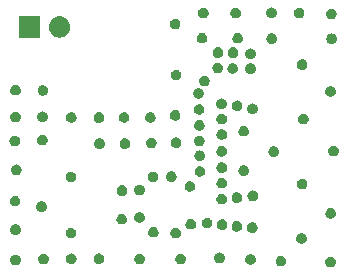
<source format=gbs>
G04 #@! TF.GenerationSoftware,KiCad,Pcbnew,(5.0.1)-4*
G04 #@! TF.CreationDate,2019-05-20T12:36:31-07:00*
G04 #@! TF.ProjectId,Fanout_circuit,46616E6F75745F636972637569742E6B,rev?*
G04 #@! TF.SameCoordinates,Original*
G04 #@! TF.FileFunction,Soldermask,Bot*
G04 #@! TF.FilePolarity,Negative*
%FSLAX46Y46*%
G04 Gerber Fmt 4.6, Leading zero omitted, Abs format (unit mm)*
G04 Created by KiCad (PCBNEW (5.0.1)-4) date 5/20/2019 12:36:31 PM*
%MOMM*%
%LPD*%
G01*
G04 APERTURE LIST*
%ADD10C,0.200000*%
G04 APERTURE END LIST*
D10*
G36*
X142856552Y-93516331D02*
X142938625Y-93550327D01*
X142938626Y-93550328D01*
X142938629Y-93550329D01*
X143003160Y-93593448D01*
X143012500Y-93599689D01*
X143075311Y-93662500D01*
X143075313Y-93662503D01*
X143075314Y-93662504D01*
X143124671Y-93736371D01*
X143124672Y-93736374D01*
X143124673Y-93736375D01*
X143158669Y-93818448D01*
X143176000Y-93905579D01*
X143176000Y-93994421D01*
X143158669Y-94081552D01*
X143125139Y-94162500D01*
X143124671Y-94163629D01*
X143082995Y-94226000D01*
X143075311Y-94237500D01*
X143012500Y-94300311D01*
X143012497Y-94300313D01*
X143012496Y-94300314D01*
X142938629Y-94349671D01*
X142938626Y-94349672D01*
X142938625Y-94349673D01*
X142856552Y-94383669D01*
X142769421Y-94401000D01*
X142680579Y-94401000D01*
X142593448Y-94383669D01*
X142511375Y-94349673D01*
X142511374Y-94349672D01*
X142511371Y-94349671D01*
X142437504Y-94300314D01*
X142437503Y-94300313D01*
X142437500Y-94300311D01*
X142374689Y-94237500D01*
X142367005Y-94226000D01*
X142325329Y-94163629D01*
X142324861Y-94162500D01*
X142291331Y-94081552D01*
X142274000Y-93994421D01*
X142274000Y-93905579D01*
X142291331Y-93818448D01*
X142325327Y-93736375D01*
X142325328Y-93736374D01*
X142325329Y-93736371D01*
X142374686Y-93662504D01*
X142374687Y-93662503D01*
X142374689Y-93662500D01*
X142437500Y-93599689D01*
X142446840Y-93593448D01*
X142511371Y-93550329D01*
X142511374Y-93550328D01*
X142511375Y-93550327D01*
X142593448Y-93516331D01*
X142680579Y-93499000D01*
X142769421Y-93499000D01*
X142856552Y-93516331D01*
X142856552Y-93516331D01*
G37*
G36*
X138656552Y-93441331D02*
X138738625Y-93475327D01*
X138738626Y-93475328D01*
X138738629Y-93475329D01*
X138812496Y-93524686D01*
X138812500Y-93524689D01*
X138875311Y-93587500D01*
X138875313Y-93587503D01*
X138875314Y-93587504D01*
X138924671Y-93661371D01*
X138924672Y-93661374D01*
X138924673Y-93661375D01*
X138958669Y-93743448D01*
X138976000Y-93830579D01*
X138976000Y-93919421D01*
X138958669Y-94006552D01*
X138924673Y-94088625D01*
X138924671Y-94088629D01*
X138877871Y-94158669D01*
X138875311Y-94162500D01*
X138812500Y-94225311D01*
X138812497Y-94225313D01*
X138812496Y-94225314D01*
X138738629Y-94274671D01*
X138738626Y-94274672D01*
X138738625Y-94274673D01*
X138656552Y-94308669D01*
X138569421Y-94326000D01*
X138480579Y-94326000D01*
X138393448Y-94308669D01*
X138311375Y-94274673D01*
X138311374Y-94274672D01*
X138311371Y-94274671D01*
X138237504Y-94225314D01*
X138237503Y-94225313D01*
X138237500Y-94225311D01*
X138174689Y-94162500D01*
X138172129Y-94158669D01*
X138125329Y-94088629D01*
X138125327Y-94088625D01*
X138091331Y-94006552D01*
X138074000Y-93919421D01*
X138074000Y-93830579D01*
X138091331Y-93743448D01*
X138125327Y-93661375D01*
X138125328Y-93661374D01*
X138125329Y-93661371D01*
X138174686Y-93587504D01*
X138174687Y-93587503D01*
X138174689Y-93587500D01*
X138237500Y-93524689D01*
X138237504Y-93524686D01*
X138311371Y-93475329D01*
X138311374Y-93475328D01*
X138311375Y-93475327D01*
X138393448Y-93441331D01*
X138480579Y-93424000D01*
X138569421Y-93424000D01*
X138656552Y-93441331D01*
X138656552Y-93441331D01*
G37*
G36*
X116181552Y-93341331D02*
X116263625Y-93375327D01*
X116263626Y-93375328D01*
X116263629Y-93375329D01*
X116336469Y-93424000D01*
X116337500Y-93424689D01*
X116400311Y-93487500D01*
X116400313Y-93487503D01*
X116400314Y-93487504D01*
X116449671Y-93561371D01*
X116449672Y-93561374D01*
X116449673Y-93561375D01*
X116483669Y-93643448D01*
X116501000Y-93730579D01*
X116501000Y-93819421D01*
X116483669Y-93906552D01*
X116450139Y-93987500D01*
X116449671Y-93988629D01*
X116407995Y-94051000D01*
X116400311Y-94062500D01*
X116337500Y-94125311D01*
X116337497Y-94125313D01*
X116337496Y-94125314D01*
X116263629Y-94174671D01*
X116263626Y-94174672D01*
X116263625Y-94174673D01*
X116181552Y-94208669D01*
X116094421Y-94226000D01*
X116005579Y-94226000D01*
X115918448Y-94208669D01*
X115836375Y-94174673D01*
X115836374Y-94174672D01*
X115836371Y-94174671D01*
X115762504Y-94125314D01*
X115762503Y-94125313D01*
X115762500Y-94125311D01*
X115699689Y-94062500D01*
X115692005Y-94051000D01*
X115650329Y-93988629D01*
X115649861Y-93987500D01*
X115616331Y-93906552D01*
X115599000Y-93819421D01*
X115599000Y-93730579D01*
X115616331Y-93643448D01*
X115650327Y-93561375D01*
X115650328Y-93561374D01*
X115650329Y-93561371D01*
X115699686Y-93487504D01*
X115699687Y-93487503D01*
X115699689Y-93487500D01*
X115762500Y-93424689D01*
X115763531Y-93424000D01*
X115836371Y-93375329D01*
X115836374Y-93375328D01*
X115836375Y-93375327D01*
X115918448Y-93341331D01*
X116005579Y-93324000D01*
X116094421Y-93324000D01*
X116181552Y-93341331D01*
X116181552Y-93341331D01*
G37*
G36*
X136081552Y-93291331D02*
X136163625Y-93325327D01*
X136163626Y-93325328D01*
X136163629Y-93325329D01*
X136237496Y-93374686D01*
X136237500Y-93374689D01*
X136300311Y-93437500D01*
X136300313Y-93437503D01*
X136300314Y-93437504D01*
X136349671Y-93511371D01*
X136349672Y-93511374D01*
X136349673Y-93511375D01*
X136383669Y-93593448D01*
X136401000Y-93680579D01*
X136401000Y-93769421D01*
X136383669Y-93856552D01*
X136349673Y-93938625D01*
X136349671Y-93938629D01*
X136300314Y-94012496D01*
X136300311Y-94012500D01*
X136237500Y-94075311D01*
X136237497Y-94075313D01*
X136237496Y-94075314D01*
X136163629Y-94124671D01*
X136163626Y-94124672D01*
X136163625Y-94124673D01*
X136081552Y-94158669D01*
X135994421Y-94176000D01*
X135905579Y-94176000D01*
X135818448Y-94158669D01*
X135736375Y-94124673D01*
X135736374Y-94124672D01*
X135736371Y-94124671D01*
X135662504Y-94075314D01*
X135662503Y-94075313D01*
X135662500Y-94075311D01*
X135599689Y-94012500D01*
X135599686Y-94012496D01*
X135550329Y-93938629D01*
X135550327Y-93938625D01*
X135516331Y-93856552D01*
X135499000Y-93769421D01*
X135499000Y-93680579D01*
X135516331Y-93593448D01*
X135550327Y-93511375D01*
X135550328Y-93511374D01*
X135550329Y-93511371D01*
X135599686Y-93437504D01*
X135599687Y-93437503D01*
X135599689Y-93437500D01*
X135662500Y-93374689D01*
X135662504Y-93374686D01*
X135736371Y-93325329D01*
X135736374Y-93325328D01*
X135736375Y-93325327D01*
X135818448Y-93291331D01*
X135905579Y-93274000D01*
X135994421Y-93274000D01*
X136081552Y-93291331D01*
X136081552Y-93291331D01*
G37*
G36*
X118556552Y-93266331D02*
X118638625Y-93300327D01*
X118638626Y-93300328D01*
X118638629Y-93300329D01*
X118712496Y-93349686D01*
X118712500Y-93349689D01*
X118775311Y-93412500D01*
X118775313Y-93412503D01*
X118775314Y-93412504D01*
X118824671Y-93486371D01*
X118824672Y-93486374D01*
X118824673Y-93486375D01*
X118858669Y-93568448D01*
X118876000Y-93655579D01*
X118876000Y-93744421D01*
X118858669Y-93831552D01*
X118824673Y-93913625D01*
X118824671Y-93913629D01*
X118792016Y-93962500D01*
X118775311Y-93987500D01*
X118712500Y-94050311D01*
X118712497Y-94050313D01*
X118712496Y-94050314D01*
X118638629Y-94099671D01*
X118638626Y-94099672D01*
X118638625Y-94099673D01*
X118556552Y-94133669D01*
X118469421Y-94151000D01*
X118380579Y-94151000D01*
X118293448Y-94133669D01*
X118211375Y-94099673D01*
X118211374Y-94099672D01*
X118211371Y-94099671D01*
X118137504Y-94050314D01*
X118137503Y-94050313D01*
X118137500Y-94050311D01*
X118074689Y-93987500D01*
X118057984Y-93962500D01*
X118025329Y-93913629D01*
X118025327Y-93913625D01*
X117991331Y-93831552D01*
X117974000Y-93744421D01*
X117974000Y-93655579D01*
X117991331Y-93568448D01*
X118025327Y-93486375D01*
X118025328Y-93486374D01*
X118025329Y-93486371D01*
X118074686Y-93412504D01*
X118074687Y-93412503D01*
X118074689Y-93412500D01*
X118137500Y-93349689D01*
X118137504Y-93349686D01*
X118211371Y-93300329D01*
X118211374Y-93300328D01*
X118211375Y-93300327D01*
X118293448Y-93266331D01*
X118380579Y-93249000D01*
X118469421Y-93249000D01*
X118556552Y-93266331D01*
X118556552Y-93266331D01*
G37*
G36*
X130181552Y-93266331D02*
X130263625Y-93300327D01*
X130263626Y-93300328D01*
X130263629Y-93300329D01*
X130337496Y-93349686D01*
X130337500Y-93349689D01*
X130400311Y-93412500D01*
X130400313Y-93412503D01*
X130400314Y-93412504D01*
X130449671Y-93486371D01*
X130449672Y-93486374D01*
X130449673Y-93486375D01*
X130483669Y-93568448D01*
X130501000Y-93655579D01*
X130501000Y-93744421D01*
X130483669Y-93831552D01*
X130449673Y-93913625D01*
X130449671Y-93913629D01*
X130417016Y-93962500D01*
X130400311Y-93987500D01*
X130337500Y-94050311D01*
X130337497Y-94050313D01*
X130337496Y-94050314D01*
X130263629Y-94099671D01*
X130263626Y-94099672D01*
X130263625Y-94099673D01*
X130181552Y-94133669D01*
X130094421Y-94151000D01*
X130005579Y-94151000D01*
X129918448Y-94133669D01*
X129836375Y-94099673D01*
X129836374Y-94099672D01*
X129836371Y-94099671D01*
X129762504Y-94050314D01*
X129762503Y-94050313D01*
X129762500Y-94050311D01*
X129699689Y-93987500D01*
X129682984Y-93962500D01*
X129650329Y-93913629D01*
X129650327Y-93913625D01*
X129616331Y-93831552D01*
X129599000Y-93744421D01*
X129599000Y-93655579D01*
X129616331Y-93568448D01*
X129650327Y-93486375D01*
X129650328Y-93486374D01*
X129650329Y-93486371D01*
X129699686Y-93412504D01*
X129699687Y-93412503D01*
X129699689Y-93412500D01*
X129762500Y-93349689D01*
X129762504Y-93349686D01*
X129836371Y-93300329D01*
X129836374Y-93300328D01*
X129836375Y-93300327D01*
X129918448Y-93266331D01*
X130005579Y-93249000D01*
X130094421Y-93249000D01*
X130181552Y-93266331D01*
X130181552Y-93266331D01*
G37*
G36*
X126706552Y-93266331D02*
X126788625Y-93300327D01*
X126788626Y-93300328D01*
X126788629Y-93300329D01*
X126862496Y-93349686D01*
X126862500Y-93349689D01*
X126925311Y-93412500D01*
X126925313Y-93412503D01*
X126925314Y-93412504D01*
X126974671Y-93486371D01*
X126974672Y-93486374D01*
X126974673Y-93486375D01*
X127008669Y-93568448D01*
X127026000Y-93655579D01*
X127026000Y-93744421D01*
X127008669Y-93831552D01*
X126974673Y-93913625D01*
X126974671Y-93913629D01*
X126942016Y-93962500D01*
X126925311Y-93987500D01*
X126862500Y-94050311D01*
X126862497Y-94050313D01*
X126862496Y-94050314D01*
X126788629Y-94099671D01*
X126788626Y-94099672D01*
X126788625Y-94099673D01*
X126706552Y-94133669D01*
X126619421Y-94151000D01*
X126530579Y-94151000D01*
X126443448Y-94133669D01*
X126361375Y-94099673D01*
X126361374Y-94099672D01*
X126361371Y-94099671D01*
X126287504Y-94050314D01*
X126287503Y-94050313D01*
X126287500Y-94050311D01*
X126224689Y-93987500D01*
X126207984Y-93962500D01*
X126175329Y-93913629D01*
X126175327Y-93913625D01*
X126141331Y-93831552D01*
X126124000Y-93744421D01*
X126124000Y-93655579D01*
X126141331Y-93568448D01*
X126175327Y-93486375D01*
X126175328Y-93486374D01*
X126175329Y-93486371D01*
X126224686Y-93412504D01*
X126224687Y-93412503D01*
X126224689Y-93412500D01*
X126287500Y-93349689D01*
X126287504Y-93349686D01*
X126361371Y-93300329D01*
X126361374Y-93300328D01*
X126361375Y-93300327D01*
X126443448Y-93266331D01*
X126530579Y-93249000D01*
X126619421Y-93249000D01*
X126706552Y-93266331D01*
X126706552Y-93266331D01*
G37*
G36*
X123256552Y-93241331D02*
X123338625Y-93275327D01*
X123338626Y-93275328D01*
X123338629Y-93275329D01*
X123411469Y-93324000D01*
X123412500Y-93324689D01*
X123475311Y-93387500D01*
X123475313Y-93387503D01*
X123475314Y-93387504D01*
X123524671Y-93461371D01*
X123524672Y-93461374D01*
X123524673Y-93461375D01*
X123558669Y-93543448D01*
X123576000Y-93630579D01*
X123576000Y-93719421D01*
X123558669Y-93806552D01*
X123525139Y-93887500D01*
X123524671Y-93888629D01*
X123475314Y-93962496D01*
X123475311Y-93962500D01*
X123412500Y-94025311D01*
X123412497Y-94025313D01*
X123412496Y-94025314D01*
X123338629Y-94074671D01*
X123338626Y-94074672D01*
X123338625Y-94074673D01*
X123256552Y-94108669D01*
X123169421Y-94126000D01*
X123080579Y-94126000D01*
X122993448Y-94108669D01*
X122911375Y-94074673D01*
X122911374Y-94074672D01*
X122911371Y-94074671D01*
X122837504Y-94025314D01*
X122837503Y-94025313D01*
X122837500Y-94025311D01*
X122774689Y-93962500D01*
X122774686Y-93962496D01*
X122725329Y-93888629D01*
X122724861Y-93887500D01*
X122691331Y-93806552D01*
X122674000Y-93719421D01*
X122674000Y-93630579D01*
X122691331Y-93543448D01*
X122725327Y-93461375D01*
X122725328Y-93461374D01*
X122725329Y-93461371D01*
X122774686Y-93387504D01*
X122774687Y-93387503D01*
X122774689Y-93387500D01*
X122837500Y-93324689D01*
X122838531Y-93324000D01*
X122911371Y-93275329D01*
X122911374Y-93275328D01*
X122911375Y-93275327D01*
X122993448Y-93241331D01*
X123080579Y-93224000D01*
X123169421Y-93224000D01*
X123256552Y-93241331D01*
X123256552Y-93241331D01*
G37*
G36*
X120906552Y-93241331D02*
X120988625Y-93275327D01*
X120988626Y-93275328D01*
X120988629Y-93275329D01*
X121061469Y-93324000D01*
X121062500Y-93324689D01*
X121125311Y-93387500D01*
X121125313Y-93387503D01*
X121125314Y-93387504D01*
X121174671Y-93461371D01*
X121174672Y-93461374D01*
X121174673Y-93461375D01*
X121208669Y-93543448D01*
X121226000Y-93630579D01*
X121226000Y-93719421D01*
X121208669Y-93806552D01*
X121175139Y-93887500D01*
X121174671Y-93888629D01*
X121125314Y-93962496D01*
X121125311Y-93962500D01*
X121062500Y-94025311D01*
X121062497Y-94025313D01*
X121062496Y-94025314D01*
X120988629Y-94074671D01*
X120988626Y-94074672D01*
X120988625Y-94074673D01*
X120906552Y-94108669D01*
X120819421Y-94126000D01*
X120730579Y-94126000D01*
X120643448Y-94108669D01*
X120561375Y-94074673D01*
X120561374Y-94074672D01*
X120561371Y-94074671D01*
X120487504Y-94025314D01*
X120487503Y-94025313D01*
X120487500Y-94025311D01*
X120424689Y-93962500D01*
X120424686Y-93962496D01*
X120375329Y-93888629D01*
X120374861Y-93887500D01*
X120341331Y-93806552D01*
X120324000Y-93719421D01*
X120324000Y-93630579D01*
X120341331Y-93543448D01*
X120375327Y-93461375D01*
X120375328Y-93461374D01*
X120375329Y-93461371D01*
X120424686Y-93387504D01*
X120424687Y-93387503D01*
X120424689Y-93387500D01*
X120487500Y-93324689D01*
X120488531Y-93324000D01*
X120561371Y-93275329D01*
X120561374Y-93275328D01*
X120561375Y-93275327D01*
X120643448Y-93241331D01*
X120730579Y-93224000D01*
X120819421Y-93224000D01*
X120906552Y-93241331D01*
X120906552Y-93241331D01*
G37*
G36*
X133456552Y-93166331D02*
X133538625Y-93200327D01*
X133538626Y-93200328D01*
X133538629Y-93200329D01*
X133611469Y-93249000D01*
X133612500Y-93249689D01*
X133675311Y-93312500D01*
X133675313Y-93312503D01*
X133675314Y-93312504D01*
X133724671Y-93386371D01*
X133724672Y-93386374D01*
X133724673Y-93386375D01*
X133758669Y-93468448D01*
X133776000Y-93555579D01*
X133776000Y-93644421D01*
X133758669Y-93731552D01*
X133724673Y-93813625D01*
X133724671Y-93813629D01*
X133695990Y-93856552D01*
X133675311Y-93887500D01*
X133612500Y-93950311D01*
X133612497Y-93950313D01*
X133612496Y-93950314D01*
X133538629Y-93999671D01*
X133538626Y-93999672D01*
X133538625Y-93999673D01*
X133456552Y-94033669D01*
X133369421Y-94051000D01*
X133280579Y-94051000D01*
X133193448Y-94033669D01*
X133111375Y-93999673D01*
X133111374Y-93999672D01*
X133111371Y-93999671D01*
X133037504Y-93950314D01*
X133037503Y-93950313D01*
X133037500Y-93950311D01*
X132974689Y-93887500D01*
X132954010Y-93856552D01*
X132925329Y-93813629D01*
X132925327Y-93813625D01*
X132891331Y-93731552D01*
X132874000Y-93644421D01*
X132874000Y-93555579D01*
X132891331Y-93468448D01*
X132925327Y-93386375D01*
X132925328Y-93386374D01*
X132925329Y-93386371D01*
X132974686Y-93312504D01*
X132974687Y-93312503D01*
X132974689Y-93312500D01*
X133037500Y-93249689D01*
X133038531Y-93249000D01*
X133111371Y-93200329D01*
X133111374Y-93200328D01*
X133111375Y-93200327D01*
X133193448Y-93166331D01*
X133280579Y-93149000D01*
X133369421Y-93149000D01*
X133456552Y-93166331D01*
X133456552Y-93166331D01*
G37*
G36*
X140406552Y-91516331D02*
X140488625Y-91550327D01*
X140488626Y-91550328D01*
X140488629Y-91550329D01*
X140562496Y-91599686D01*
X140562500Y-91599689D01*
X140625311Y-91662500D01*
X140625313Y-91662503D01*
X140625314Y-91662504D01*
X140674671Y-91736371D01*
X140674672Y-91736374D01*
X140674673Y-91736375D01*
X140708669Y-91818448D01*
X140726000Y-91905579D01*
X140726000Y-91994421D01*
X140708669Y-92081552D01*
X140674673Y-92163625D01*
X140674671Y-92163629D01*
X140625314Y-92237496D01*
X140625311Y-92237500D01*
X140562500Y-92300311D01*
X140562497Y-92300313D01*
X140562496Y-92300314D01*
X140488629Y-92349671D01*
X140488626Y-92349672D01*
X140488625Y-92349673D01*
X140406552Y-92383669D01*
X140319421Y-92401000D01*
X140230579Y-92401000D01*
X140143448Y-92383669D01*
X140061375Y-92349673D01*
X140061374Y-92349672D01*
X140061371Y-92349671D01*
X139987504Y-92300314D01*
X139987503Y-92300313D01*
X139987500Y-92300311D01*
X139924689Y-92237500D01*
X139924686Y-92237496D01*
X139875329Y-92163629D01*
X139875327Y-92163625D01*
X139841331Y-92081552D01*
X139824000Y-91994421D01*
X139824000Y-91905579D01*
X139841331Y-91818448D01*
X139875327Y-91736375D01*
X139875328Y-91736374D01*
X139875329Y-91736371D01*
X139924686Y-91662504D01*
X139924687Y-91662503D01*
X139924689Y-91662500D01*
X139987500Y-91599689D01*
X139987504Y-91599686D01*
X140061371Y-91550329D01*
X140061374Y-91550328D01*
X140061375Y-91550327D01*
X140143448Y-91516331D01*
X140230579Y-91499000D01*
X140319421Y-91499000D01*
X140406552Y-91516331D01*
X140406552Y-91516331D01*
G37*
G36*
X129756552Y-91066331D02*
X129838625Y-91100327D01*
X129838626Y-91100328D01*
X129838629Y-91100329D01*
X129912496Y-91149686D01*
X129912500Y-91149689D01*
X129975311Y-91212500D01*
X129975313Y-91212503D01*
X129975314Y-91212504D01*
X130024671Y-91286371D01*
X130024672Y-91286374D01*
X130024673Y-91286375D01*
X130058669Y-91368448D01*
X130076000Y-91455579D01*
X130076000Y-91544421D01*
X130058669Y-91631552D01*
X130025139Y-91712500D01*
X130024671Y-91713629D01*
X129975314Y-91787496D01*
X129975311Y-91787500D01*
X129912500Y-91850311D01*
X129912497Y-91850313D01*
X129912496Y-91850314D01*
X129838629Y-91899671D01*
X129838626Y-91899672D01*
X129838625Y-91899673D01*
X129756552Y-91933669D01*
X129669421Y-91951000D01*
X129580579Y-91951000D01*
X129493448Y-91933669D01*
X129411375Y-91899673D01*
X129411374Y-91899672D01*
X129411371Y-91899671D01*
X129337504Y-91850314D01*
X129337503Y-91850313D01*
X129337500Y-91850311D01*
X129274689Y-91787500D01*
X129274686Y-91787496D01*
X129225329Y-91713629D01*
X129224861Y-91712500D01*
X129191331Y-91631552D01*
X129174000Y-91544421D01*
X129174000Y-91455579D01*
X129191331Y-91368448D01*
X129225327Y-91286375D01*
X129225328Y-91286374D01*
X129225329Y-91286371D01*
X129274686Y-91212504D01*
X129274687Y-91212503D01*
X129274689Y-91212500D01*
X129337500Y-91149689D01*
X129337504Y-91149686D01*
X129411371Y-91100329D01*
X129411374Y-91100328D01*
X129411375Y-91100327D01*
X129493448Y-91066331D01*
X129580579Y-91049000D01*
X129669421Y-91049000D01*
X129756552Y-91066331D01*
X129756552Y-91066331D01*
G37*
G36*
X120881552Y-91066331D02*
X120963625Y-91100327D01*
X120963626Y-91100328D01*
X120963629Y-91100329D01*
X121037496Y-91149686D01*
X121037500Y-91149689D01*
X121100311Y-91212500D01*
X121100313Y-91212503D01*
X121100314Y-91212504D01*
X121149671Y-91286371D01*
X121149672Y-91286374D01*
X121149673Y-91286375D01*
X121183669Y-91368448D01*
X121201000Y-91455579D01*
X121201000Y-91544421D01*
X121183669Y-91631552D01*
X121150139Y-91712500D01*
X121149671Y-91713629D01*
X121100314Y-91787496D01*
X121100311Y-91787500D01*
X121037500Y-91850311D01*
X121037497Y-91850313D01*
X121037496Y-91850314D01*
X120963629Y-91899671D01*
X120963626Y-91899672D01*
X120963625Y-91899673D01*
X120881552Y-91933669D01*
X120794421Y-91951000D01*
X120705579Y-91951000D01*
X120618448Y-91933669D01*
X120536375Y-91899673D01*
X120536374Y-91899672D01*
X120536371Y-91899671D01*
X120462504Y-91850314D01*
X120462503Y-91850313D01*
X120462500Y-91850311D01*
X120399689Y-91787500D01*
X120399686Y-91787496D01*
X120350329Y-91713629D01*
X120349861Y-91712500D01*
X120316331Y-91631552D01*
X120299000Y-91544421D01*
X120299000Y-91455579D01*
X120316331Y-91368448D01*
X120350327Y-91286375D01*
X120350328Y-91286374D01*
X120350329Y-91286371D01*
X120399686Y-91212504D01*
X120399687Y-91212503D01*
X120399689Y-91212500D01*
X120462500Y-91149689D01*
X120462504Y-91149686D01*
X120536371Y-91100329D01*
X120536374Y-91100328D01*
X120536375Y-91100327D01*
X120618448Y-91066331D01*
X120705579Y-91049000D01*
X120794421Y-91049000D01*
X120881552Y-91066331D01*
X120881552Y-91066331D01*
G37*
G36*
X127856552Y-90991331D02*
X127938625Y-91025327D01*
X127938626Y-91025328D01*
X127938629Y-91025329D01*
X128004616Y-91069421D01*
X128012500Y-91074689D01*
X128075311Y-91137500D01*
X128075313Y-91137503D01*
X128075314Y-91137504D01*
X128124671Y-91211371D01*
X128124672Y-91211374D01*
X128124673Y-91211375D01*
X128158669Y-91293448D01*
X128176000Y-91380579D01*
X128176000Y-91469421D01*
X128158669Y-91556552D01*
X128124673Y-91638625D01*
X128124671Y-91638629D01*
X128075314Y-91712496D01*
X128075311Y-91712500D01*
X128012500Y-91775311D01*
X128012497Y-91775313D01*
X128012496Y-91775314D01*
X127938629Y-91824671D01*
X127938626Y-91824672D01*
X127938625Y-91824673D01*
X127856552Y-91858669D01*
X127769421Y-91876000D01*
X127680579Y-91876000D01*
X127593448Y-91858669D01*
X127511375Y-91824673D01*
X127511374Y-91824672D01*
X127511371Y-91824671D01*
X127437504Y-91775314D01*
X127437503Y-91775313D01*
X127437500Y-91775311D01*
X127374689Y-91712500D01*
X127374686Y-91712496D01*
X127325329Y-91638629D01*
X127325327Y-91638625D01*
X127291331Y-91556552D01*
X127274000Y-91469421D01*
X127274000Y-91380579D01*
X127291331Y-91293448D01*
X127325327Y-91211375D01*
X127325328Y-91211374D01*
X127325329Y-91211371D01*
X127374686Y-91137504D01*
X127374687Y-91137503D01*
X127374689Y-91137500D01*
X127437500Y-91074689D01*
X127445384Y-91069421D01*
X127511371Y-91025329D01*
X127511374Y-91025328D01*
X127511375Y-91025327D01*
X127593448Y-90991331D01*
X127680579Y-90974000D01*
X127769421Y-90974000D01*
X127856552Y-90991331D01*
X127856552Y-90991331D01*
G37*
G36*
X116181552Y-90766331D02*
X116263625Y-90800327D01*
X116263626Y-90800328D01*
X116263629Y-90800329D01*
X116337496Y-90849686D01*
X116337500Y-90849689D01*
X116400311Y-90912500D01*
X116400313Y-90912503D01*
X116400314Y-90912504D01*
X116449671Y-90986371D01*
X116449672Y-90986374D01*
X116449673Y-90986375D01*
X116483669Y-91068448D01*
X116501000Y-91155579D01*
X116501000Y-91244421D01*
X116483669Y-91331552D01*
X116449673Y-91413625D01*
X116449671Y-91413629D01*
X116412392Y-91469420D01*
X116400311Y-91487500D01*
X116337500Y-91550311D01*
X116337497Y-91550313D01*
X116337496Y-91550314D01*
X116263629Y-91599671D01*
X116263626Y-91599672D01*
X116263625Y-91599673D01*
X116181552Y-91633669D01*
X116094421Y-91651000D01*
X116005579Y-91651000D01*
X115918448Y-91633669D01*
X115836375Y-91599673D01*
X115836374Y-91599672D01*
X115836371Y-91599671D01*
X115762504Y-91550314D01*
X115762503Y-91550313D01*
X115762500Y-91550311D01*
X115699689Y-91487500D01*
X115687608Y-91469420D01*
X115650329Y-91413629D01*
X115650327Y-91413625D01*
X115616331Y-91331552D01*
X115599000Y-91244421D01*
X115599000Y-91155579D01*
X115616331Y-91068448D01*
X115650327Y-90986375D01*
X115650328Y-90986374D01*
X115650329Y-90986371D01*
X115699686Y-90912504D01*
X115699687Y-90912503D01*
X115699689Y-90912500D01*
X115762500Y-90849689D01*
X115762504Y-90849686D01*
X115836371Y-90800329D01*
X115836374Y-90800328D01*
X115836375Y-90800327D01*
X115918448Y-90766331D01*
X116005579Y-90749000D01*
X116094421Y-90749000D01*
X116181552Y-90766331D01*
X116181552Y-90766331D01*
G37*
G36*
X136231552Y-90591331D02*
X136313625Y-90625327D01*
X136313626Y-90625328D01*
X136313629Y-90625329D01*
X136387496Y-90674686D01*
X136387500Y-90674689D01*
X136450311Y-90737500D01*
X136450313Y-90737503D01*
X136450314Y-90737504D01*
X136499671Y-90811371D01*
X136499672Y-90811374D01*
X136499673Y-90811375D01*
X136533669Y-90893448D01*
X136551000Y-90980579D01*
X136551000Y-91069421D01*
X136533669Y-91156552D01*
X136504902Y-91226000D01*
X136499671Y-91238629D01*
X136450314Y-91312496D01*
X136450311Y-91312500D01*
X136387500Y-91375311D01*
X136387497Y-91375313D01*
X136387496Y-91375314D01*
X136313629Y-91424671D01*
X136313626Y-91424672D01*
X136313625Y-91424673D01*
X136231552Y-91458669D01*
X136144421Y-91476000D01*
X136055579Y-91476000D01*
X135968448Y-91458669D01*
X135886375Y-91424673D01*
X135886374Y-91424672D01*
X135886371Y-91424671D01*
X135812504Y-91375314D01*
X135812503Y-91375313D01*
X135812500Y-91375311D01*
X135749689Y-91312500D01*
X135749686Y-91312496D01*
X135700329Y-91238629D01*
X135695098Y-91226000D01*
X135666331Y-91156552D01*
X135649000Y-91069421D01*
X135649000Y-90980579D01*
X135666331Y-90893448D01*
X135700327Y-90811375D01*
X135700328Y-90811374D01*
X135700329Y-90811371D01*
X135749686Y-90737504D01*
X135749687Y-90737503D01*
X135749689Y-90737500D01*
X135812500Y-90674689D01*
X135812504Y-90674686D01*
X135886371Y-90625329D01*
X135886374Y-90625328D01*
X135886375Y-90625327D01*
X135968448Y-90591331D01*
X136055579Y-90574000D01*
X136144421Y-90574000D01*
X136231552Y-90591331D01*
X136231552Y-90591331D01*
G37*
G36*
X134931552Y-90491331D02*
X135013625Y-90525327D01*
X135013626Y-90525328D01*
X135013629Y-90525329D01*
X135087496Y-90574686D01*
X135087500Y-90574689D01*
X135150311Y-90637500D01*
X135150313Y-90637503D01*
X135150314Y-90637504D01*
X135199671Y-90711371D01*
X135199672Y-90711374D01*
X135199673Y-90711375D01*
X135233669Y-90793448D01*
X135251000Y-90880579D01*
X135251000Y-90969421D01*
X135233669Y-91056552D01*
X135200139Y-91137500D01*
X135199671Y-91138629D01*
X135151063Y-91211375D01*
X135150311Y-91212500D01*
X135087500Y-91275311D01*
X135087497Y-91275313D01*
X135087496Y-91275314D01*
X135013629Y-91324671D01*
X135013626Y-91324672D01*
X135013625Y-91324673D01*
X134931552Y-91358669D01*
X134844421Y-91376000D01*
X134755579Y-91376000D01*
X134668448Y-91358669D01*
X134586375Y-91324673D01*
X134586374Y-91324672D01*
X134586371Y-91324671D01*
X134512504Y-91275314D01*
X134512503Y-91275313D01*
X134512500Y-91275311D01*
X134449689Y-91212500D01*
X134448937Y-91211375D01*
X134400329Y-91138629D01*
X134399861Y-91137500D01*
X134366331Y-91056552D01*
X134349000Y-90969421D01*
X134349000Y-90880579D01*
X134366331Y-90793448D01*
X134400327Y-90711375D01*
X134400328Y-90711374D01*
X134400329Y-90711371D01*
X134449686Y-90637504D01*
X134449687Y-90637503D01*
X134449689Y-90637500D01*
X134512500Y-90574689D01*
X134512504Y-90574686D01*
X134586371Y-90525329D01*
X134586374Y-90525328D01*
X134586375Y-90525327D01*
X134668448Y-90491331D01*
X134755579Y-90474000D01*
X134844421Y-90474000D01*
X134931552Y-90491331D01*
X134931552Y-90491331D01*
G37*
G36*
X133681552Y-90341331D02*
X133763625Y-90375327D01*
X133763626Y-90375328D01*
X133763629Y-90375329D01*
X133837496Y-90424686D01*
X133837500Y-90424689D01*
X133900311Y-90487500D01*
X133900313Y-90487503D01*
X133900314Y-90487504D01*
X133949671Y-90561371D01*
X133949672Y-90561374D01*
X133949673Y-90561375D01*
X133983669Y-90643448D01*
X134001000Y-90730579D01*
X134001000Y-90819421D01*
X133983669Y-90906552D01*
X133950605Y-90986375D01*
X133949671Y-90988629D01*
X133900314Y-91062496D01*
X133900311Y-91062500D01*
X133837500Y-91125311D01*
X133837497Y-91125313D01*
X133837496Y-91125314D01*
X133763629Y-91174671D01*
X133763626Y-91174672D01*
X133763625Y-91174673D01*
X133681552Y-91208669D01*
X133594421Y-91226000D01*
X133505579Y-91226000D01*
X133418448Y-91208669D01*
X133336375Y-91174673D01*
X133336374Y-91174672D01*
X133336371Y-91174671D01*
X133262504Y-91125314D01*
X133262503Y-91125313D01*
X133262500Y-91125311D01*
X133199689Y-91062500D01*
X133199686Y-91062496D01*
X133150329Y-90988629D01*
X133149395Y-90986375D01*
X133116331Y-90906552D01*
X133099000Y-90819421D01*
X133099000Y-90730579D01*
X133116331Y-90643448D01*
X133150327Y-90561375D01*
X133150328Y-90561374D01*
X133150329Y-90561371D01*
X133199686Y-90487504D01*
X133199687Y-90487503D01*
X133199689Y-90487500D01*
X133262500Y-90424689D01*
X133262504Y-90424686D01*
X133336371Y-90375329D01*
X133336374Y-90375328D01*
X133336375Y-90375327D01*
X133418448Y-90341331D01*
X133505579Y-90324000D01*
X133594421Y-90324000D01*
X133681552Y-90341331D01*
X133681552Y-90341331D01*
G37*
G36*
X131031552Y-90316331D02*
X131113625Y-90350327D01*
X131113626Y-90350328D01*
X131113629Y-90350329D01*
X131170942Y-90388625D01*
X131187500Y-90399689D01*
X131250311Y-90462500D01*
X131250313Y-90462503D01*
X131250314Y-90462504D01*
X131299671Y-90536371D01*
X131299672Y-90536374D01*
X131299673Y-90536375D01*
X131333669Y-90618448D01*
X131351000Y-90705579D01*
X131351000Y-90794421D01*
X131333669Y-90881552D01*
X131310496Y-90937496D01*
X131299671Y-90963629D01*
X131250314Y-91037496D01*
X131250311Y-91037500D01*
X131187500Y-91100311D01*
X131187497Y-91100313D01*
X131187496Y-91100314D01*
X131113629Y-91149671D01*
X131113626Y-91149672D01*
X131113625Y-91149673D01*
X131031552Y-91183669D01*
X130944421Y-91201000D01*
X130855579Y-91201000D01*
X130768448Y-91183669D01*
X130686375Y-91149673D01*
X130686374Y-91149672D01*
X130686371Y-91149671D01*
X130612504Y-91100314D01*
X130612503Y-91100313D01*
X130612500Y-91100311D01*
X130549689Y-91037500D01*
X130549686Y-91037496D01*
X130500329Y-90963629D01*
X130489504Y-90937496D01*
X130466331Y-90881552D01*
X130449000Y-90794421D01*
X130449000Y-90705579D01*
X130466331Y-90618448D01*
X130500327Y-90536375D01*
X130500328Y-90536374D01*
X130500329Y-90536371D01*
X130549686Y-90462504D01*
X130549687Y-90462503D01*
X130549689Y-90462500D01*
X130612500Y-90399689D01*
X130629058Y-90388625D01*
X130686371Y-90350329D01*
X130686374Y-90350328D01*
X130686375Y-90350327D01*
X130768448Y-90316331D01*
X130855579Y-90299000D01*
X130944421Y-90299000D01*
X131031552Y-90316331D01*
X131031552Y-90316331D01*
G37*
G36*
X132406552Y-90216331D02*
X132488625Y-90250327D01*
X132488626Y-90250328D01*
X132488629Y-90250329D01*
X132533902Y-90280580D01*
X132562500Y-90299689D01*
X132625311Y-90362500D01*
X132625313Y-90362503D01*
X132625314Y-90362504D01*
X132674671Y-90436371D01*
X132674672Y-90436374D01*
X132674673Y-90436375D01*
X132708669Y-90518448D01*
X132726000Y-90605579D01*
X132726000Y-90694421D01*
X132708669Y-90781552D01*
X132674673Y-90863625D01*
X132674671Y-90863629D01*
X132654746Y-90893448D01*
X132625311Y-90937500D01*
X132562500Y-91000311D01*
X132562497Y-91000313D01*
X132562496Y-91000314D01*
X132488629Y-91049671D01*
X132488626Y-91049672D01*
X132488625Y-91049673D01*
X132406552Y-91083669D01*
X132319421Y-91101000D01*
X132230579Y-91101000D01*
X132143448Y-91083669D01*
X132061375Y-91049673D01*
X132061374Y-91049672D01*
X132061371Y-91049671D01*
X131987504Y-91000314D01*
X131987503Y-91000313D01*
X131987500Y-91000311D01*
X131924689Y-90937500D01*
X131895254Y-90893448D01*
X131875329Y-90863629D01*
X131875327Y-90863625D01*
X131841331Y-90781552D01*
X131824000Y-90694421D01*
X131824000Y-90605579D01*
X131841331Y-90518448D01*
X131875327Y-90436375D01*
X131875328Y-90436374D01*
X131875329Y-90436371D01*
X131924686Y-90362504D01*
X131924687Y-90362503D01*
X131924689Y-90362500D01*
X131987500Y-90299689D01*
X132016098Y-90280580D01*
X132061371Y-90250329D01*
X132061374Y-90250328D01*
X132061375Y-90250327D01*
X132143448Y-90216331D01*
X132230579Y-90199000D01*
X132319421Y-90199000D01*
X132406552Y-90216331D01*
X132406552Y-90216331D01*
G37*
G36*
X125181552Y-89891331D02*
X125263625Y-89925327D01*
X125263626Y-89925328D01*
X125263629Y-89925329D01*
X125337496Y-89974686D01*
X125337500Y-89974689D01*
X125400311Y-90037500D01*
X125400313Y-90037503D01*
X125400314Y-90037504D01*
X125449671Y-90111371D01*
X125449672Y-90111374D01*
X125449673Y-90111375D01*
X125483669Y-90193448D01*
X125501000Y-90280579D01*
X125501000Y-90369421D01*
X125483669Y-90456552D01*
X125450605Y-90536375D01*
X125449671Y-90538629D01*
X125402871Y-90608669D01*
X125400311Y-90612500D01*
X125337500Y-90675311D01*
X125337497Y-90675313D01*
X125337496Y-90675314D01*
X125263629Y-90724671D01*
X125263626Y-90724672D01*
X125263625Y-90724673D01*
X125181552Y-90758669D01*
X125094421Y-90776000D01*
X125005579Y-90776000D01*
X124918448Y-90758669D01*
X124836375Y-90724673D01*
X124836374Y-90724672D01*
X124836371Y-90724671D01*
X124762504Y-90675314D01*
X124762503Y-90675313D01*
X124762500Y-90675311D01*
X124699689Y-90612500D01*
X124697129Y-90608669D01*
X124650329Y-90538629D01*
X124649395Y-90536375D01*
X124616331Y-90456552D01*
X124599000Y-90369421D01*
X124599000Y-90280579D01*
X124616331Y-90193448D01*
X124650327Y-90111375D01*
X124650328Y-90111374D01*
X124650329Y-90111371D01*
X124699686Y-90037504D01*
X124699687Y-90037503D01*
X124699689Y-90037500D01*
X124762500Y-89974689D01*
X124762504Y-89974686D01*
X124836371Y-89925329D01*
X124836374Y-89925328D01*
X124836375Y-89925327D01*
X124918448Y-89891331D01*
X125005579Y-89874000D01*
X125094421Y-89874000D01*
X125181552Y-89891331D01*
X125181552Y-89891331D01*
G37*
G36*
X126681552Y-89741331D02*
X126763625Y-89775327D01*
X126763626Y-89775328D01*
X126763629Y-89775329D01*
X126837496Y-89824686D01*
X126837500Y-89824689D01*
X126900311Y-89887500D01*
X126900313Y-89887503D01*
X126900314Y-89887504D01*
X126949671Y-89961371D01*
X126949672Y-89961374D01*
X126949673Y-89961375D01*
X126983669Y-90043448D01*
X127001000Y-90130579D01*
X127001000Y-90219421D01*
X126983669Y-90306552D01*
X126955181Y-90375327D01*
X126949671Y-90388629D01*
X126900314Y-90462496D01*
X126900311Y-90462500D01*
X126837500Y-90525311D01*
X126837497Y-90525313D01*
X126837496Y-90525314D01*
X126763629Y-90574671D01*
X126763626Y-90574672D01*
X126763625Y-90574673D01*
X126681552Y-90608669D01*
X126594421Y-90626000D01*
X126505579Y-90626000D01*
X126418448Y-90608669D01*
X126336375Y-90574673D01*
X126336374Y-90574672D01*
X126336371Y-90574671D01*
X126262504Y-90525314D01*
X126262503Y-90525313D01*
X126262500Y-90525311D01*
X126199689Y-90462500D01*
X126199686Y-90462496D01*
X126150329Y-90388629D01*
X126144819Y-90375327D01*
X126116331Y-90306552D01*
X126099000Y-90219421D01*
X126099000Y-90130579D01*
X126116331Y-90043448D01*
X126150327Y-89961375D01*
X126150328Y-89961374D01*
X126150329Y-89961371D01*
X126199686Y-89887504D01*
X126199687Y-89887503D01*
X126199689Y-89887500D01*
X126262500Y-89824689D01*
X126262504Y-89824686D01*
X126336371Y-89775329D01*
X126336374Y-89775328D01*
X126336375Y-89775327D01*
X126418448Y-89741331D01*
X126505579Y-89724000D01*
X126594421Y-89724000D01*
X126681552Y-89741331D01*
X126681552Y-89741331D01*
G37*
G36*
X142881552Y-89391331D02*
X142963625Y-89425327D01*
X142963626Y-89425328D01*
X142963629Y-89425329D01*
X143020942Y-89463625D01*
X143037500Y-89474689D01*
X143100311Y-89537500D01*
X143100313Y-89537503D01*
X143100314Y-89537504D01*
X143149671Y-89611371D01*
X143149672Y-89611374D01*
X143149673Y-89611375D01*
X143183669Y-89693448D01*
X143201000Y-89780579D01*
X143201000Y-89869421D01*
X143183669Y-89956552D01*
X143150139Y-90037500D01*
X143149671Y-90038629D01*
X143101063Y-90111375D01*
X143100311Y-90112500D01*
X143037500Y-90175311D01*
X143037497Y-90175313D01*
X143037496Y-90175314D01*
X142963629Y-90224671D01*
X142963626Y-90224672D01*
X142963625Y-90224673D01*
X142881552Y-90258669D01*
X142794421Y-90276000D01*
X142705579Y-90276000D01*
X142618448Y-90258669D01*
X142536375Y-90224673D01*
X142536374Y-90224672D01*
X142536371Y-90224671D01*
X142462504Y-90175314D01*
X142462503Y-90175313D01*
X142462500Y-90175311D01*
X142399689Y-90112500D01*
X142398937Y-90111375D01*
X142350329Y-90038629D01*
X142349861Y-90037500D01*
X142316331Y-89956552D01*
X142299000Y-89869421D01*
X142299000Y-89780579D01*
X142316331Y-89693448D01*
X142350327Y-89611375D01*
X142350328Y-89611374D01*
X142350329Y-89611371D01*
X142399686Y-89537504D01*
X142399687Y-89537503D01*
X142399689Y-89537500D01*
X142462500Y-89474689D01*
X142479058Y-89463625D01*
X142536371Y-89425329D01*
X142536374Y-89425328D01*
X142536375Y-89425327D01*
X142618448Y-89391331D01*
X142705579Y-89374000D01*
X142794421Y-89374000D01*
X142881552Y-89391331D01*
X142881552Y-89391331D01*
G37*
G36*
X118381552Y-88816331D02*
X118463625Y-88850327D01*
X118463626Y-88850328D01*
X118463629Y-88850329D01*
X118537496Y-88899686D01*
X118537500Y-88899689D01*
X118600311Y-88962500D01*
X118600313Y-88962503D01*
X118600314Y-88962504D01*
X118649671Y-89036371D01*
X118649672Y-89036374D01*
X118649673Y-89036375D01*
X118683669Y-89118448D01*
X118701000Y-89205579D01*
X118701000Y-89294421D01*
X118683669Y-89381552D01*
X118649673Y-89463625D01*
X118649671Y-89463629D01*
X118600314Y-89537496D01*
X118600311Y-89537500D01*
X118537500Y-89600311D01*
X118537497Y-89600313D01*
X118537496Y-89600314D01*
X118463629Y-89649671D01*
X118463626Y-89649672D01*
X118463625Y-89649673D01*
X118381552Y-89683669D01*
X118294421Y-89701000D01*
X118205579Y-89701000D01*
X118118448Y-89683669D01*
X118036375Y-89649673D01*
X118036374Y-89649672D01*
X118036371Y-89649671D01*
X117962504Y-89600314D01*
X117962503Y-89600313D01*
X117962500Y-89600311D01*
X117899689Y-89537500D01*
X117899686Y-89537496D01*
X117850329Y-89463629D01*
X117850327Y-89463625D01*
X117816331Y-89381552D01*
X117799000Y-89294421D01*
X117799000Y-89205579D01*
X117816331Y-89118448D01*
X117850327Y-89036375D01*
X117850328Y-89036374D01*
X117850329Y-89036371D01*
X117899686Y-88962504D01*
X117899687Y-88962503D01*
X117899689Y-88962500D01*
X117962500Y-88899689D01*
X117962504Y-88899686D01*
X118036371Y-88850329D01*
X118036374Y-88850328D01*
X118036375Y-88850327D01*
X118118448Y-88816331D01*
X118205579Y-88799000D01*
X118294421Y-88799000D01*
X118381552Y-88816331D01*
X118381552Y-88816331D01*
G37*
G36*
X116156552Y-88366331D02*
X116238625Y-88400327D01*
X116238626Y-88400328D01*
X116238629Y-88400329D01*
X116312496Y-88449686D01*
X116312500Y-88449689D01*
X116375311Y-88512500D01*
X116375313Y-88512503D01*
X116375314Y-88512504D01*
X116424671Y-88586371D01*
X116424672Y-88586374D01*
X116424673Y-88586375D01*
X116458669Y-88668448D01*
X116476000Y-88755579D01*
X116476000Y-88844421D01*
X116458669Y-88931552D01*
X116424673Y-89013625D01*
X116424671Y-89013629D01*
X116382995Y-89076000D01*
X116375311Y-89087500D01*
X116312500Y-89150311D01*
X116312497Y-89150313D01*
X116312496Y-89150314D01*
X116238629Y-89199671D01*
X116238626Y-89199672D01*
X116238625Y-89199673D01*
X116156552Y-89233669D01*
X116069421Y-89251000D01*
X115980579Y-89251000D01*
X115893448Y-89233669D01*
X115811375Y-89199673D01*
X115811374Y-89199672D01*
X115811371Y-89199671D01*
X115737504Y-89150314D01*
X115737503Y-89150313D01*
X115737500Y-89150311D01*
X115674689Y-89087500D01*
X115667005Y-89076000D01*
X115625329Y-89013629D01*
X115625327Y-89013625D01*
X115591331Y-88931552D01*
X115574000Y-88844421D01*
X115574000Y-88755579D01*
X115591331Y-88668448D01*
X115625327Y-88586375D01*
X115625328Y-88586374D01*
X115625329Y-88586371D01*
X115674686Y-88512504D01*
X115674687Y-88512503D01*
X115674689Y-88512500D01*
X115737500Y-88449689D01*
X115737504Y-88449686D01*
X115811371Y-88400329D01*
X115811374Y-88400328D01*
X115811375Y-88400327D01*
X115893448Y-88366331D01*
X115980579Y-88349000D01*
X116069421Y-88349000D01*
X116156552Y-88366331D01*
X116156552Y-88366331D01*
G37*
G36*
X133656552Y-88191331D02*
X133738625Y-88225327D01*
X133738626Y-88225328D01*
X133738629Y-88225329D01*
X133812496Y-88274686D01*
X133812500Y-88274689D01*
X133875311Y-88337500D01*
X133875313Y-88337503D01*
X133875314Y-88337504D01*
X133924671Y-88411371D01*
X133924672Y-88411374D01*
X133924673Y-88411375D01*
X133958669Y-88493448D01*
X133976000Y-88580579D01*
X133976000Y-88669421D01*
X133958669Y-88756552D01*
X133933907Y-88816332D01*
X133924671Y-88838629D01*
X133883882Y-88899673D01*
X133875311Y-88912500D01*
X133812500Y-88975311D01*
X133812497Y-88975313D01*
X133812496Y-88975314D01*
X133738629Y-89024671D01*
X133738626Y-89024672D01*
X133738625Y-89024673D01*
X133656552Y-89058669D01*
X133569421Y-89076000D01*
X133480579Y-89076000D01*
X133393448Y-89058669D01*
X133311375Y-89024673D01*
X133311374Y-89024672D01*
X133311371Y-89024671D01*
X133237504Y-88975314D01*
X133237503Y-88975313D01*
X133237500Y-88975311D01*
X133174689Y-88912500D01*
X133166118Y-88899673D01*
X133125329Y-88838629D01*
X133116093Y-88816332D01*
X133091331Y-88756552D01*
X133074000Y-88669421D01*
X133074000Y-88580579D01*
X133091331Y-88493448D01*
X133125327Y-88411375D01*
X133125328Y-88411374D01*
X133125329Y-88411371D01*
X133174686Y-88337504D01*
X133174687Y-88337503D01*
X133174689Y-88337500D01*
X133237500Y-88274689D01*
X133237504Y-88274686D01*
X133311371Y-88225329D01*
X133311374Y-88225328D01*
X133311375Y-88225327D01*
X133393448Y-88191331D01*
X133480579Y-88174000D01*
X133569421Y-88174000D01*
X133656552Y-88191331D01*
X133656552Y-88191331D01*
G37*
G36*
X134931552Y-88066331D02*
X135013625Y-88100327D01*
X135013626Y-88100328D01*
X135013629Y-88100329D01*
X135087496Y-88149686D01*
X135087500Y-88149689D01*
X135150311Y-88212500D01*
X135150313Y-88212503D01*
X135150314Y-88212504D01*
X135199671Y-88286371D01*
X135199672Y-88286374D01*
X135199673Y-88286375D01*
X135233669Y-88368448D01*
X135251000Y-88455579D01*
X135251000Y-88544421D01*
X135233669Y-88631552D01*
X135199673Y-88713625D01*
X135199671Y-88713629D01*
X135152871Y-88783669D01*
X135150311Y-88787500D01*
X135087500Y-88850311D01*
X135087497Y-88850313D01*
X135087496Y-88850314D01*
X135013629Y-88899671D01*
X135013626Y-88899672D01*
X135013625Y-88899673D01*
X134931552Y-88933669D01*
X134844421Y-88951000D01*
X134755579Y-88951000D01*
X134668448Y-88933669D01*
X134586375Y-88899673D01*
X134586374Y-88899672D01*
X134586371Y-88899671D01*
X134512504Y-88850314D01*
X134512503Y-88850313D01*
X134512500Y-88850311D01*
X134449689Y-88787500D01*
X134447129Y-88783669D01*
X134400329Y-88713629D01*
X134400327Y-88713625D01*
X134366331Y-88631552D01*
X134349000Y-88544421D01*
X134349000Y-88455579D01*
X134366331Y-88368448D01*
X134400327Y-88286375D01*
X134400328Y-88286374D01*
X134400329Y-88286371D01*
X134449686Y-88212504D01*
X134449687Y-88212503D01*
X134449689Y-88212500D01*
X134512500Y-88149689D01*
X134512504Y-88149686D01*
X134586371Y-88100329D01*
X134586374Y-88100328D01*
X134586375Y-88100327D01*
X134668448Y-88066331D01*
X134755579Y-88049000D01*
X134844421Y-88049000D01*
X134931552Y-88066331D01*
X134931552Y-88066331D01*
G37*
G36*
X136281552Y-87916331D02*
X136363625Y-87950327D01*
X136363626Y-87950328D01*
X136363629Y-87950329D01*
X136413525Y-87983669D01*
X136437500Y-87999689D01*
X136500311Y-88062500D01*
X136500313Y-88062503D01*
X136500314Y-88062504D01*
X136549671Y-88136371D01*
X136549672Y-88136374D01*
X136549673Y-88136375D01*
X136583669Y-88218448D01*
X136601000Y-88305579D01*
X136601000Y-88394421D01*
X136583669Y-88481552D01*
X136549673Y-88563625D01*
X136549671Y-88563629D01*
X136500314Y-88637496D01*
X136500311Y-88637500D01*
X136437500Y-88700311D01*
X136437497Y-88700313D01*
X136437496Y-88700314D01*
X136363629Y-88749671D01*
X136363626Y-88749672D01*
X136363625Y-88749673D01*
X136281552Y-88783669D01*
X136194421Y-88801000D01*
X136105579Y-88801000D01*
X136018448Y-88783669D01*
X135936375Y-88749673D01*
X135936374Y-88749672D01*
X135936371Y-88749671D01*
X135862504Y-88700314D01*
X135862503Y-88700313D01*
X135862500Y-88700311D01*
X135799689Y-88637500D01*
X135799686Y-88637496D01*
X135750329Y-88563629D01*
X135750327Y-88563625D01*
X135716331Y-88481552D01*
X135699000Y-88394421D01*
X135699000Y-88305579D01*
X135716331Y-88218448D01*
X135750327Y-88136375D01*
X135750328Y-88136374D01*
X135750329Y-88136371D01*
X135799686Y-88062504D01*
X135799687Y-88062503D01*
X135799689Y-88062500D01*
X135862500Y-87999689D01*
X135886475Y-87983669D01*
X135936371Y-87950329D01*
X135936374Y-87950328D01*
X135936375Y-87950327D01*
X136018448Y-87916331D01*
X136105579Y-87899000D01*
X136194421Y-87899000D01*
X136281552Y-87916331D01*
X136281552Y-87916331D01*
G37*
G36*
X125206552Y-87466331D02*
X125288625Y-87500327D01*
X125288626Y-87500328D01*
X125288629Y-87500329D01*
X125362496Y-87549686D01*
X125362500Y-87549689D01*
X125425311Y-87612500D01*
X125425313Y-87612503D01*
X125425314Y-87612504D01*
X125474671Y-87686371D01*
X125474672Y-87686374D01*
X125474673Y-87686375D01*
X125508669Y-87768448D01*
X125526000Y-87855579D01*
X125526000Y-87944421D01*
X125508669Y-88031552D01*
X125480181Y-88100327D01*
X125474671Y-88113629D01*
X125425314Y-88187496D01*
X125425311Y-88187500D01*
X125362500Y-88250311D01*
X125362497Y-88250313D01*
X125362496Y-88250314D01*
X125288629Y-88299671D01*
X125288626Y-88299672D01*
X125288625Y-88299673D01*
X125206552Y-88333669D01*
X125119421Y-88351000D01*
X125030579Y-88351000D01*
X124943448Y-88333669D01*
X124861375Y-88299673D01*
X124861374Y-88299672D01*
X124861371Y-88299671D01*
X124787504Y-88250314D01*
X124787503Y-88250313D01*
X124787500Y-88250311D01*
X124724689Y-88187500D01*
X124724686Y-88187496D01*
X124675329Y-88113629D01*
X124669819Y-88100327D01*
X124641331Y-88031552D01*
X124624000Y-87944421D01*
X124624000Y-87855579D01*
X124641331Y-87768448D01*
X124675327Y-87686375D01*
X124675328Y-87686374D01*
X124675329Y-87686371D01*
X124724686Y-87612504D01*
X124724687Y-87612503D01*
X124724689Y-87612500D01*
X124787500Y-87549689D01*
X124787504Y-87549686D01*
X124861371Y-87500329D01*
X124861374Y-87500328D01*
X124861375Y-87500327D01*
X124943448Y-87466331D01*
X125030579Y-87449000D01*
X125119421Y-87449000D01*
X125206552Y-87466331D01*
X125206552Y-87466331D01*
G37*
G36*
X126681552Y-87416331D02*
X126763625Y-87450327D01*
X126763626Y-87450328D01*
X126763629Y-87450329D01*
X126820942Y-87488625D01*
X126837500Y-87499689D01*
X126900311Y-87562500D01*
X126900313Y-87562503D01*
X126900314Y-87562504D01*
X126949671Y-87636371D01*
X126949672Y-87636374D01*
X126949673Y-87636375D01*
X126983669Y-87718448D01*
X127001000Y-87805579D01*
X127001000Y-87894421D01*
X126983669Y-87981552D01*
X126950139Y-88062500D01*
X126949671Y-88063629D01*
X126901063Y-88136375D01*
X126900311Y-88137500D01*
X126837500Y-88200311D01*
X126837497Y-88200313D01*
X126837496Y-88200314D01*
X126763629Y-88249671D01*
X126763626Y-88249672D01*
X126763625Y-88249673D01*
X126681552Y-88283669D01*
X126594421Y-88301000D01*
X126505579Y-88301000D01*
X126418448Y-88283669D01*
X126336375Y-88249673D01*
X126336374Y-88249672D01*
X126336371Y-88249671D01*
X126262504Y-88200314D01*
X126262503Y-88200313D01*
X126262500Y-88200311D01*
X126199689Y-88137500D01*
X126198937Y-88136375D01*
X126150329Y-88063629D01*
X126149861Y-88062500D01*
X126116331Y-87981552D01*
X126099000Y-87894421D01*
X126099000Y-87805579D01*
X126116331Y-87718448D01*
X126150327Y-87636375D01*
X126150328Y-87636374D01*
X126150329Y-87636371D01*
X126199686Y-87562504D01*
X126199687Y-87562503D01*
X126199689Y-87562500D01*
X126262500Y-87499689D01*
X126279058Y-87488625D01*
X126336371Y-87450329D01*
X126336374Y-87450328D01*
X126336375Y-87450327D01*
X126418448Y-87416331D01*
X126505579Y-87399000D01*
X126594421Y-87399000D01*
X126681552Y-87416331D01*
X126681552Y-87416331D01*
G37*
G36*
X130956552Y-87116331D02*
X131038625Y-87150327D01*
X131038626Y-87150328D01*
X131038629Y-87150329D01*
X131088525Y-87183669D01*
X131112500Y-87199689D01*
X131175311Y-87262500D01*
X131175313Y-87262503D01*
X131175314Y-87262504D01*
X131224671Y-87336371D01*
X131224672Y-87336374D01*
X131224673Y-87336375D01*
X131258669Y-87418448D01*
X131276000Y-87505579D01*
X131276000Y-87594421D01*
X131258669Y-87681552D01*
X131230453Y-87749671D01*
X131224671Y-87763629D01*
X131175314Y-87837496D01*
X131175311Y-87837500D01*
X131112500Y-87900311D01*
X131112497Y-87900313D01*
X131112496Y-87900314D01*
X131038629Y-87949671D01*
X131038626Y-87949672D01*
X131038625Y-87949673D01*
X130956552Y-87983669D01*
X130869421Y-88001000D01*
X130780579Y-88001000D01*
X130693448Y-87983669D01*
X130611375Y-87949673D01*
X130611374Y-87949672D01*
X130611371Y-87949671D01*
X130537504Y-87900314D01*
X130537503Y-87900313D01*
X130537500Y-87900311D01*
X130474689Y-87837500D01*
X130474686Y-87837496D01*
X130425329Y-87763629D01*
X130419547Y-87749671D01*
X130391331Y-87681552D01*
X130374000Y-87594421D01*
X130374000Y-87505579D01*
X130391331Y-87418448D01*
X130425327Y-87336375D01*
X130425328Y-87336374D01*
X130425329Y-87336371D01*
X130474686Y-87262504D01*
X130474687Y-87262503D01*
X130474689Y-87262500D01*
X130537500Y-87199689D01*
X130561475Y-87183669D01*
X130611371Y-87150329D01*
X130611374Y-87150328D01*
X130611375Y-87150327D01*
X130693448Y-87116331D01*
X130780579Y-87099000D01*
X130869421Y-87099000D01*
X130956552Y-87116331D01*
X130956552Y-87116331D01*
G37*
G36*
X140456552Y-86916331D02*
X140538625Y-86950327D01*
X140538626Y-86950328D01*
X140538629Y-86950329D01*
X140612496Y-86999686D01*
X140612500Y-86999689D01*
X140675311Y-87062500D01*
X140675313Y-87062503D01*
X140675314Y-87062504D01*
X140724671Y-87136371D01*
X140724672Y-87136374D01*
X140724673Y-87136375D01*
X140758669Y-87218448D01*
X140776000Y-87305579D01*
X140776000Y-87394421D01*
X140758669Y-87481552D01*
X140725139Y-87562500D01*
X140724671Y-87563629D01*
X140676063Y-87636375D01*
X140675311Y-87637500D01*
X140612500Y-87700311D01*
X140612497Y-87700313D01*
X140612496Y-87700314D01*
X140538629Y-87749671D01*
X140538626Y-87749672D01*
X140538625Y-87749673D01*
X140456552Y-87783669D01*
X140369421Y-87801000D01*
X140280579Y-87801000D01*
X140193448Y-87783669D01*
X140111375Y-87749673D01*
X140111374Y-87749672D01*
X140111371Y-87749671D01*
X140037504Y-87700314D01*
X140037503Y-87700313D01*
X140037500Y-87700311D01*
X139974689Y-87637500D01*
X139973937Y-87636375D01*
X139925329Y-87563629D01*
X139924861Y-87562500D01*
X139891331Y-87481552D01*
X139874000Y-87394421D01*
X139874000Y-87305579D01*
X139891331Y-87218448D01*
X139925327Y-87136375D01*
X139925328Y-87136374D01*
X139925329Y-87136371D01*
X139974686Y-87062504D01*
X139974687Y-87062503D01*
X139974689Y-87062500D01*
X140037500Y-86999689D01*
X140037504Y-86999686D01*
X140111371Y-86950329D01*
X140111374Y-86950328D01*
X140111375Y-86950327D01*
X140193448Y-86916331D01*
X140280579Y-86899000D01*
X140369421Y-86899000D01*
X140456552Y-86916331D01*
X140456552Y-86916331D01*
G37*
G36*
X133656552Y-86841331D02*
X133738625Y-86875327D01*
X133738626Y-86875328D01*
X133738629Y-86875329D01*
X133812496Y-86924686D01*
X133812500Y-86924689D01*
X133875311Y-86987500D01*
X133875313Y-86987503D01*
X133875314Y-86987504D01*
X133924671Y-87061371D01*
X133924672Y-87061374D01*
X133924673Y-87061375D01*
X133958669Y-87143448D01*
X133976000Y-87230579D01*
X133976000Y-87319421D01*
X133958669Y-87406552D01*
X133924673Y-87488625D01*
X133924671Y-87488629D01*
X133883873Y-87549686D01*
X133875311Y-87562500D01*
X133812500Y-87625311D01*
X133812497Y-87625313D01*
X133812496Y-87625314D01*
X133738629Y-87674671D01*
X133738626Y-87674672D01*
X133738625Y-87674673D01*
X133656552Y-87708669D01*
X133569421Y-87726000D01*
X133480579Y-87726000D01*
X133393448Y-87708669D01*
X133311375Y-87674673D01*
X133311374Y-87674672D01*
X133311371Y-87674671D01*
X133237504Y-87625314D01*
X133237503Y-87625313D01*
X133237500Y-87625311D01*
X133174689Y-87562500D01*
X133166127Y-87549686D01*
X133125329Y-87488629D01*
X133125327Y-87488625D01*
X133091331Y-87406552D01*
X133074000Y-87319421D01*
X133074000Y-87230579D01*
X133091331Y-87143448D01*
X133125327Y-87061375D01*
X133125328Y-87061374D01*
X133125329Y-87061371D01*
X133174686Y-86987504D01*
X133174687Y-86987503D01*
X133174689Y-86987500D01*
X133237500Y-86924689D01*
X133237504Y-86924686D01*
X133311371Y-86875329D01*
X133311374Y-86875328D01*
X133311375Y-86875327D01*
X133393448Y-86841331D01*
X133480579Y-86824000D01*
X133569421Y-86824000D01*
X133656552Y-86841331D01*
X133656552Y-86841331D01*
G37*
G36*
X127831552Y-86316331D02*
X127913625Y-86350327D01*
X127913626Y-86350328D01*
X127913629Y-86350329D01*
X127963525Y-86383669D01*
X127987500Y-86399689D01*
X128050311Y-86462500D01*
X128050313Y-86462503D01*
X128050314Y-86462504D01*
X128099671Y-86536371D01*
X128099672Y-86536374D01*
X128099673Y-86536375D01*
X128133669Y-86618448D01*
X128151000Y-86705579D01*
X128151000Y-86794421D01*
X128133669Y-86881552D01*
X128105181Y-86950327D01*
X128099671Y-86963629D01*
X128067016Y-87012500D01*
X128050311Y-87037500D01*
X127987500Y-87100311D01*
X127987497Y-87100313D01*
X127987496Y-87100314D01*
X127913629Y-87149671D01*
X127913626Y-87149672D01*
X127913625Y-87149673D01*
X127831552Y-87183669D01*
X127744421Y-87201000D01*
X127655579Y-87201000D01*
X127568448Y-87183669D01*
X127486375Y-87149673D01*
X127486374Y-87149672D01*
X127486371Y-87149671D01*
X127412504Y-87100314D01*
X127412503Y-87100313D01*
X127412500Y-87100311D01*
X127349689Y-87037500D01*
X127332984Y-87012500D01*
X127300329Y-86963629D01*
X127294819Y-86950327D01*
X127266331Y-86881552D01*
X127249000Y-86794421D01*
X127249000Y-86705579D01*
X127266331Y-86618448D01*
X127300327Y-86536375D01*
X127300328Y-86536374D01*
X127300329Y-86536371D01*
X127349686Y-86462504D01*
X127349687Y-86462503D01*
X127349689Y-86462500D01*
X127412500Y-86399689D01*
X127436475Y-86383669D01*
X127486371Y-86350329D01*
X127486374Y-86350328D01*
X127486375Y-86350327D01*
X127568448Y-86316331D01*
X127655579Y-86299000D01*
X127744421Y-86299000D01*
X127831552Y-86316331D01*
X127831552Y-86316331D01*
G37*
G36*
X120881552Y-86316331D02*
X120963625Y-86350327D01*
X120963626Y-86350328D01*
X120963629Y-86350329D01*
X121013525Y-86383669D01*
X121037500Y-86399689D01*
X121100311Y-86462500D01*
X121100313Y-86462503D01*
X121100314Y-86462504D01*
X121149671Y-86536371D01*
X121149672Y-86536374D01*
X121149673Y-86536375D01*
X121183669Y-86618448D01*
X121201000Y-86705579D01*
X121201000Y-86794421D01*
X121183669Y-86881552D01*
X121155181Y-86950327D01*
X121149671Y-86963629D01*
X121117016Y-87012500D01*
X121100311Y-87037500D01*
X121037500Y-87100311D01*
X121037497Y-87100313D01*
X121037496Y-87100314D01*
X120963629Y-87149671D01*
X120963626Y-87149672D01*
X120963625Y-87149673D01*
X120881552Y-87183669D01*
X120794421Y-87201000D01*
X120705579Y-87201000D01*
X120618448Y-87183669D01*
X120536375Y-87149673D01*
X120536374Y-87149672D01*
X120536371Y-87149671D01*
X120462504Y-87100314D01*
X120462503Y-87100313D01*
X120462500Y-87100311D01*
X120399689Y-87037500D01*
X120382984Y-87012500D01*
X120350329Y-86963629D01*
X120344819Y-86950327D01*
X120316331Y-86881552D01*
X120299000Y-86794421D01*
X120299000Y-86705579D01*
X120316331Y-86618448D01*
X120350327Y-86536375D01*
X120350328Y-86536374D01*
X120350329Y-86536371D01*
X120399686Y-86462504D01*
X120399687Y-86462503D01*
X120399689Y-86462500D01*
X120462500Y-86399689D01*
X120486475Y-86383669D01*
X120536371Y-86350329D01*
X120536374Y-86350328D01*
X120536375Y-86350327D01*
X120618448Y-86316331D01*
X120705579Y-86299000D01*
X120794421Y-86299000D01*
X120881552Y-86316331D01*
X120881552Y-86316331D01*
G37*
G36*
X129381552Y-86291331D02*
X129463625Y-86325327D01*
X129463626Y-86325328D01*
X129463629Y-86325329D01*
X129520942Y-86363625D01*
X129537500Y-86374689D01*
X129600311Y-86437500D01*
X129600313Y-86437503D01*
X129600314Y-86437504D01*
X129649671Y-86511371D01*
X129649672Y-86511374D01*
X129649673Y-86511375D01*
X129683669Y-86593448D01*
X129701000Y-86680579D01*
X129701000Y-86769421D01*
X129683669Y-86856552D01*
X129649673Y-86938625D01*
X129649671Y-86938629D01*
X129632966Y-86963629D01*
X129600311Y-87012500D01*
X129537500Y-87075311D01*
X129537497Y-87075313D01*
X129537496Y-87075314D01*
X129463629Y-87124671D01*
X129463626Y-87124672D01*
X129463625Y-87124673D01*
X129381552Y-87158669D01*
X129294421Y-87176000D01*
X129205579Y-87176000D01*
X129118448Y-87158669D01*
X129036375Y-87124673D01*
X129036374Y-87124672D01*
X129036371Y-87124671D01*
X128962504Y-87075314D01*
X128962503Y-87075313D01*
X128962500Y-87075311D01*
X128899689Y-87012500D01*
X128867034Y-86963629D01*
X128850329Y-86938629D01*
X128850327Y-86938625D01*
X128816331Y-86856552D01*
X128799000Y-86769421D01*
X128799000Y-86680579D01*
X128816331Y-86593448D01*
X128850327Y-86511375D01*
X128850328Y-86511374D01*
X128850329Y-86511371D01*
X128899686Y-86437504D01*
X128899687Y-86437503D01*
X128899689Y-86437500D01*
X128962500Y-86374689D01*
X128979058Y-86363625D01*
X129036371Y-86325329D01*
X129036374Y-86325328D01*
X129036375Y-86325327D01*
X129118448Y-86291331D01*
X129205579Y-86274000D01*
X129294421Y-86274000D01*
X129381552Y-86291331D01*
X129381552Y-86291331D01*
G37*
G36*
X131806552Y-85841331D02*
X131888625Y-85875327D01*
X131888626Y-85875328D01*
X131888629Y-85875329D01*
X131962496Y-85924686D01*
X131962500Y-85924689D01*
X132025311Y-85987500D01*
X132025313Y-85987503D01*
X132025314Y-85987504D01*
X132074671Y-86061371D01*
X132074672Y-86061374D01*
X132074673Y-86061375D01*
X132108669Y-86143448D01*
X132126000Y-86230579D01*
X132126000Y-86319421D01*
X132108669Y-86406552D01*
X132075139Y-86487500D01*
X132074671Y-86488629D01*
X132025314Y-86562496D01*
X132025311Y-86562500D01*
X131962500Y-86625311D01*
X131962497Y-86625313D01*
X131962496Y-86625314D01*
X131888629Y-86674671D01*
X131888626Y-86674672D01*
X131888625Y-86674673D01*
X131806552Y-86708669D01*
X131719421Y-86726000D01*
X131630579Y-86726000D01*
X131543448Y-86708669D01*
X131461375Y-86674673D01*
X131461374Y-86674672D01*
X131461371Y-86674671D01*
X131387504Y-86625314D01*
X131387503Y-86625313D01*
X131387500Y-86625311D01*
X131324689Y-86562500D01*
X131324686Y-86562496D01*
X131275329Y-86488629D01*
X131274861Y-86487500D01*
X131241331Y-86406552D01*
X131224000Y-86319421D01*
X131224000Y-86230579D01*
X131241331Y-86143448D01*
X131275327Y-86061375D01*
X131275328Y-86061374D01*
X131275329Y-86061371D01*
X131324686Y-85987504D01*
X131324687Y-85987503D01*
X131324689Y-85987500D01*
X131387500Y-85924689D01*
X131387504Y-85924686D01*
X131461371Y-85875329D01*
X131461374Y-85875328D01*
X131461375Y-85875327D01*
X131543448Y-85841331D01*
X131630579Y-85824000D01*
X131719421Y-85824000D01*
X131806552Y-85841331D01*
X131806552Y-85841331D01*
G37*
G36*
X135506552Y-85766331D02*
X135588625Y-85800327D01*
X135588626Y-85800328D01*
X135588629Y-85800329D01*
X135662496Y-85849686D01*
X135662500Y-85849689D01*
X135725311Y-85912500D01*
X135725313Y-85912503D01*
X135725314Y-85912504D01*
X135774671Y-85986371D01*
X135774672Y-85986374D01*
X135774673Y-85986375D01*
X135808669Y-86068448D01*
X135826000Y-86155579D01*
X135826000Y-86244421D01*
X135808669Y-86331552D01*
X135774673Y-86413625D01*
X135774671Y-86413629D01*
X135742016Y-86462500D01*
X135725311Y-86487500D01*
X135662500Y-86550311D01*
X135662497Y-86550313D01*
X135662496Y-86550314D01*
X135588629Y-86599671D01*
X135588626Y-86599672D01*
X135588625Y-86599673D01*
X135506552Y-86633669D01*
X135419421Y-86651000D01*
X135330579Y-86651000D01*
X135243448Y-86633669D01*
X135161375Y-86599673D01*
X135161374Y-86599672D01*
X135161371Y-86599671D01*
X135087504Y-86550314D01*
X135087503Y-86550313D01*
X135087500Y-86550311D01*
X135024689Y-86487500D01*
X135007984Y-86462500D01*
X134975329Y-86413629D01*
X134975327Y-86413625D01*
X134941331Y-86331552D01*
X134924000Y-86244421D01*
X134924000Y-86155579D01*
X134941331Y-86068448D01*
X134975327Y-85986375D01*
X134975328Y-85986374D01*
X134975329Y-85986371D01*
X135024686Y-85912504D01*
X135024687Y-85912503D01*
X135024689Y-85912500D01*
X135087500Y-85849689D01*
X135087504Y-85849686D01*
X135161371Y-85800329D01*
X135161374Y-85800328D01*
X135161375Y-85800327D01*
X135243448Y-85766331D01*
X135330579Y-85749000D01*
X135419421Y-85749000D01*
X135506552Y-85766331D01*
X135506552Y-85766331D01*
G37*
G36*
X116256552Y-85716331D02*
X116338625Y-85750327D01*
X116338626Y-85750328D01*
X116338629Y-85750329D01*
X116412496Y-85799686D01*
X116412500Y-85799689D01*
X116475311Y-85862500D01*
X116475313Y-85862503D01*
X116475314Y-85862504D01*
X116524671Y-85936371D01*
X116524672Y-85936374D01*
X116524673Y-85936375D01*
X116558669Y-86018448D01*
X116576000Y-86105579D01*
X116576000Y-86194421D01*
X116558669Y-86281552D01*
X116537958Y-86331552D01*
X116524671Y-86363629D01*
X116475314Y-86437496D01*
X116475311Y-86437500D01*
X116412500Y-86500311D01*
X116412497Y-86500313D01*
X116412496Y-86500314D01*
X116338629Y-86549671D01*
X116338626Y-86549672D01*
X116338625Y-86549673D01*
X116256552Y-86583669D01*
X116169421Y-86601000D01*
X116080579Y-86601000D01*
X115993448Y-86583669D01*
X115911375Y-86549673D01*
X115911374Y-86549672D01*
X115911371Y-86549671D01*
X115837504Y-86500314D01*
X115837503Y-86500313D01*
X115837500Y-86500311D01*
X115774689Y-86437500D01*
X115774686Y-86437496D01*
X115725329Y-86363629D01*
X115712042Y-86331552D01*
X115691331Y-86281552D01*
X115674000Y-86194421D01*
X115674000Y-86105579D01*
X115691331Y-86018448D01*
X115725327Y-85936375D01*
X115725328Y-85936374D01*
X115725329Y-85936371D01*
X115774686Y-85862504D01*
X115774687Y-85862503D01*
X115774689Y-85862500D01*
X115837500Y-85799689D01*
X115837504Y-85799686D01*
X115911371Y-85750329D01*
X115911374Y-85750328D01*
X115911375Y-85750327D01*
X115993448Y-85716331D01*
X116080579Y-85699000D01*
X116169421Y-85699000D01*
X116256552Y-85716331D01*
X116256552Y-85716331D01*
G37*
G36*
X133656552Y-85516331D02*
X133738625Y-85550327D01*
X133738626Y-85550328D01*
X133738629Y-85550329D01*
X133812496Y-85599686D01*
X133812500Y-85599689D01*
X133875311Y-85662500D01*
X133875313Y-85662503D01*
X133875314Y-85662504D01*
X133924671Y-85736371D01*
X133924672Y-85736374D01*
X133924673Y-85736375D01*
X133958669Y-85818448D01*
X133976000Y-85905579D01*
X133976000Y-85994421D01*
X133958669Y-86081552D01*
X133928005Y-86155580D01*
X133924671Y-86163629D01*
X133879935Y-86230580D01*
X133875311Y-86237500D01*
X133812500Y-86300311D01*
X133812497Y-86300313D01*
X133812496Y-86300314D01*
X133738629Y-86349671D01*
X133738626Y-86349672D01*
X133738625Y-86349673D01*
X133656552Y-86383669D01*
X133569421Y-86401000D01*
X133480579Y-86401000D01*
X133393448Y-86383669D01*
X133311375Y-86349673D01*
X133311374Y-86349672D01*
X133311371Y-86349671D01*
X133237504Y-86300314D01*
X133237503Y-86300313D01*
X133237500Y-86300311D01*
X133174689Y-86237500D01*
X133170065Y-86230580D01*
X133125329Y-86163629D01*
X133121995Y-86155580D01*
X133091331Y-86081552D01*
X133074000Y-85994421D01*
X133074000Y-85905579D01*
X133091331Y-85818448D01*
X133125327Y-85736375D01*
X133125328Y-85736374D01*
X133125329Y-85736371D01*
X133174686Y-85662504D01*
X133174687Y-85662503D01*
X133174689Y-85662500D01*
X133237500Y-85599689D01*
X133237504Y-85599686D01*
X133311371Y-85550329D01*
X133311374Y-85550328D01*
X133311375Y-85550327D01*
X133393448Y-85516331D01*
X133480579Y-85499000D01*
X133569421Y-85499000D01*
X133656552Y-85516331D01*
X133656552Y-85516331D01*
G37*
G36*
X131781552Y-84516331D02*
X131863625Y-84550327D01*
X131863626Y-84550328D01*
X131863629Y-84550329D01*
X131929616Y-84594421D01*
X131937500Y-84599689D01*
X132000311Y-84662500D01*
X132000313Y-84662503D01*
X132000314Y-84662504D01*
X132049671Y-84736371D01*
X132049672Y-84736374D01*
X132049673Y-84736375D01*
X132083669Y-84818448D01*
X132101000Y-84905579D01*
X132101000Y-84994421D01*
X132083669Y-85081552D01*
X132049673Y-85163625D01*
X132049671Y-85163629D01*
X132000314Y-85237496D01*
X132000311Y-85237500D01*
X131937500Y-85300311D01*
X131937497Y-85300313D01*
X131937496Y-85300314D01*
X131863629Y-85349671D01*
X131863626Y-85349672D01*
X131863625Y-85349673D01*
X131781552Y-85383669D01*
X131694421Y-85401000D01*
X131605579Y-85401000D01*
X131518448Y-85383669D01*
X131436375Y-85349673D01*
X131436374Y-85349672D01*
X131436371Y-85349671D01*
X131362504Y-85300314D01*
X131362503Y-85300313D01*
X131362500Y-85300311D01*
X131299689Y-85237500D01*
X131299686Y-85237496D01*
X131250329Y-85163629D01*
X131250327Y-85163625D01*
X131216331Y-85081552D01*
X131199000Y-84994421D01*
X131199000Y-84905579D01*
X131216331Y-84818448D01*
X131250327Y-84736375D01*
X131250328Y-84736374D01*
X131250329Y-84736371D01*
X131299686Y-84662504D01*
X131299687Y-84662503D01*
X131299689Y-84662500D01*
X131362500Y-84599689D01*
X131370384Y-84594421D01*
X131436371Y-84550329D01*
X131436374Y-84550328D01*
X131436375Y-84550327D01*
X131518448Y-84516331D01*
X131605579Y-84499000D01*
X131694421Y-84499000D01*
X131781552Y-84516331D01*
X131781552Y-84516331D01*
G37*
G36*
X138056552Y-84166331D02*
X138138625Y-84200327D01*
X138138626Y-84200328D01*
X138138629Y-84200329D01*
X138212496Y-84249686D01*
X138212500Y-84249689D01*
X138275311Y-84312500D01*
X138275313Y-84312503D01*
X138275314Y-84312504D01*
X138324671Y-84386371D01*
X138324672Y-84386374D01*
X138324673Y-84386375D01*
X138358669Y-84468448D01*
X138376000Y-84555579D01*
X138376000Y-84644421D01*
X138358669Y-84731552D01*
X138324673Y-84813625D01*
X138324671Y-84813629D01*
X138292016Y-84862500D01*
X138275311Y-84887500D01*
X138212500Y-84950311D01*
X138212497Y-84950313D01*
X138212496Y-84950314D01*
X138138629Y-84999671D01*
X138138626Y-84999672D01*
X138138625Y-84999673D01*
X138056552Y-85033669D01*
X137969421Y-85051000D01*
X137880579Y-85051000D01*
X137793448Y-85033669D01*
X137711375Y-84999673D01*
X137711374Y-84999672D01*
X137711371Y-84999671D01*
X137637504Y-84950314D01*
X137637503Y-84950313D01*
X137637500Y-84950311D01*
X137574689Y-84887500D01*
X137557984Y-84862500D01*
X137525329Y-84813629D01*
X137525327Y-84813625D01*
X137491331Y-84731552D01*
X137474000Y-84644421D01*
X137474000Y-84555579D01*
X137491331Y-84468448D01*
X137525327Y-84386375D01*
X137525328Y-84386374D01*
X137525329Y-84386371D01*
X137574686Y-84312504D01*
X137574687Y-84312503D01*
X137574689Y-84312500D01*
X137637500Y-84249689D01*
X137637504Y-84249686D01*
X137711371Y-84200329D01*
X137711374Y-84200328D01*
X137711375Y-84200327D01*
X137793448Y-84166331D01*
X137880579Y-84149000D01*
X137969421Y-84149000D01*
X138056552Y-84166331D01*
X138056552Y-84166331D01*
G37*
G36*
X133656552Y-84141331D02*
X133738625Y-84175327D01*
X133738626Y-84175328D01*
X133738629Y-84175329D01*
X133812496Y-84224686D01*
X133812500Y-84224689D01*
X133875311Y-84287500D01*
X133875313Y-84287503D01*
X133875314Y-84287504D01*
X133924671Y-84361371D01*
X133924672Y-84361374D01*
X133924673Y-84361375D01*
X133958669Y-84443448D01*
X133976000Y-84530579D01*
X133976000Y-84619421D01*
X133958669Y-84706552D01*
X133924673Y-84788625D01*
X133924671Y-84788629D01*
X133892016Y-84837500D01*
X133875311Y-84862500D01*
X133812500Y-84925311D01*
X133812497Y-84925313D01*
X133812496Y-84925314D01*
X133738629Y-84974671D01*
X133738626Y-84974672D01*
X133738625Y-84974673D01*
X133656552Y-85008669D01*
X133569421Y-85026000D01*
X133480579Y-85026000D01*
X133393448Y-85008669D01*
X133311375Y-84974673D01*
X133311374Y-84974672D01*
X133311371Y-84974671D01*
X133237504Y-84925314D01*
X133237503Y-84925313D01*
X133237500Y-84925311D01*
X133174689Y-84862500D01*
X133157984Y-84837500D01*
X133125329Y-84788629D01*
X133125327Y-84788625D01*
X133091331Y-84706552D01*
X133074000Y-84619421D01*
X133074000Y-84530579D01*
X133091331Y-84443448D01*
X133125327Y-84361375D01*
X133125328Y-84361374D01*
X133125329Y-84361371D01*
X133174686Y-84287504D01*
X133174687Y-84287503D01*
X133174689Y-84287500D01*
X133237500Y-84224689D01*
X133237504Y-84224686D01*
X133311371Y-84175329D01*
X133311374Y-84175328D01*
X133311375Y-84175327D01*
X133393448Y-84141331D01*
X133480579Y-84124000D01*
X133569421Y-84124000D01*
X133656552Y-84141331D01*
X133656552Y-84141331D01*
G37*
G36*
X143106552Y-84116331D02*
X143188625Y-84150327D01*
X143188626Y-84150328D01*
X143188629Y-84150329D01*
X143262496Y-84199686D01*
X143262500Y-84199689D01*
X143325311Y-84262500D01*
X143325313Y-84262503D01*
X143325314Y-84262504D01*
X143374671Y-84336371D01*
X143374672Y-84336374D01*
X143374673Y-84336375D01*
X143408669Y-84418448D01*
X143426000Y-84505579D01*
X143426000Y-84594421D01*
X143408669Y-84681552D01*
X143385960Y-84736375D01*
X143374671Y-84763629D01*
X143325314Y-84837496D01*
X143325311Y-84837500D01*
X143262500Y-84900311D01*
X143262497Y-84900313D01*
X143262496Y-84900314D01*
X143188629Y-84949671D01*
X143188626Y-84949672D01*
X143188625Y-84949673D01*
X143106552Y-84983669D01*
X143019421Y-85001000D01*
X142930579Y-85001000D01*
X142843448Y-84983669D01*
X142761375Y-84949673D01*
X142761374Y-84949672D01*
X142761371Y-84949671D01*
X142687504Y-84900314D01*
X142687503Y-84900313D01*
X142687500Y-84900311D01*
X142624689Y-84837500D01*
X142624686Y-84837496D01*
X142575329Y-84763629D01*
X142564040Y-84736375D01*
X142541331Y-84681552D01*
X142524000Y-84594421D01*
X142524000Y-84505579D01*
X142541331Y-84418448D01*
X142575327Y-84336375D01*
X142575328Y-84336374D01*
X142575329Y-84336371D01*
X142624686Y-84262504D01*
X142624687Y-84262503D01*
X142624689Y-84262500D01*
X142687500Y-84199689D01*
X142687504Y-84199686D01*
X142761371Y-84150329D01*
X142761374Y-84150328D01*
X142761375Y-84150327D01*
X142843448Y-84116331D01*
X142930579Y-84099000D01*
X143019421Y-84099000D01*
X143106552Y-84116331D01*
X143106552Y-84116331D01*
G37*
G36*
X123306552Y-83491331D02*
X123388625Y-83525327D01*
X123388626Y-83525328D01*
X123388629Y-83525329D01*
X123453160Y-83568448D01*
X123462500Y-83574689D01*
X123525311Y-83637500D01*
X123525313Y-83637503D01*
X123525314Y-83637504D01*
X123574671Y-83711371D01*
X123574672Y-83711374D01*
X123574673Y-83711375D01*
X123608669Y-83793448D01*
X123626000Y-83880579D01*
X123626000Y-83969421D01*
X123608669Y-84056552D01*
X123575139Y-84137500D01*
X123574671Y-84138629D01*
X123525314Y-84212496D01*
X123525311Y-84212500D01*
X123462500Y-84275311D01*
X123462497Y-84275313D01*
X123462496Y-84275314D01*
X123388629Y-84324671D01*
X123388626Y-84324672D01*
X123388625Y-84324673D01*
X123306552Y-84358669D01*
X123219421Y-84376000D01*
X123130579Y-84376000D01*
X123043448Y-84358669D01*
X122961375Y-84324673D01*
X122961374Y-84324672D01*
X122961371Y-84324671D01*
X122887504Y-84275314D01*
X122887503Y-84275313D01*
X122887500Y-84275311D01*
X122824689Y-84212500D01*
X122824686Y-84212496D01*
X122775329Y-84138629D01*
X122774861Y-84137500D01*
X122741331Y-84056552D01*
X122724000Y-83969421D01*
X122724000Y-83880579D01*
X122741331Y-83793448D01*
X122775327Y-83711375D01*
X122775328Y-83711374D01*
X122775329Y-83711371D01*
X122824686Y-83637504D01*
X122824687Y-83637503D01*
X122824689Y-83637500D01*
X122887500Y-83574689D01*
X122896840Y-83568448D01*
X122961371Y-83525329D01*
X122961374Y-83525328D01*
X122961375Y-83525327D01*
X123043448Y-83491331D01*
X123130579Y-83474000D01*
X123219421Y-83474000D01*
X123306552Y-83491331D01*
X123306552Y-83491331D01*
G37*
G36*
X125456552Y-83491331D02*
X125538625Y-83525327D01*
X125538626Y-83525328D01*
X125538629Y-83525329D01*
X125603160Y-83568448D01*
X125612500Y-83574689D01*
X125675311Y-83637500D01*
X125675313Y-83637503D01*
X125675314Y-83637504D01*
X125724671Y-83711371D01*
X125724672Y-83711374D01*
X125724673Y-83711375D01*
X125758669Y-83793448D01*
X125776000Y-83880579D01*
X125776000Y-83969421D01*
X125758669Y-84056552D01*
X125725139Y-84137500D01*
X125724671Y-84138629D01*
X125675314Y-84212496D01*
X125675311Y-84212500D01*
X125612500Y-84275311D01*
X125612497Y-84275313D01*
X125612496Y-84275314D01*
X125538629Y-84324671D01*
X125538626Y-84324672D01*
X125538625Y-84324673D01*
X125456552Y-84358669D01*
X125369421Y-84376000D01*
X125280579Y-84376000D01*
X125193448Y-84358669D01*
X125111375Y-84324673D01*
X125111374Y-84324672D01*
X125111371Y-84324671D01*
X125037504Y-84275314D01*
X125037503Y-84275313D01*
X125037500Y-84275311D01*
X124974689Y-84212500D01*
X124974686Y-84212496D01*
X124925329Y-84138629D01*
X124924861Y-84137500D01*
X124891331Y-84056552D01*
X124874000Y-83969421D01*
X124874000Y-83880579D01*
X124891331Y-83793448D01*
X124925327Y-83711375D01*
X124925328Y-83711374D01*
X124925329Y-83711371D01*
X124974686Y-83637504D01*
X124974687Y-83637503D01*
X124974689Y-83637500D01*
X125037500Y-83574689D01*
X125046840Y-83568448D01*
X125111371Y-83525329D01*
X125111374Y-83525328D01*
X125111375Y-83525327D01*
X125193448Y-83491331D01*
X125280579Y-83474000D01*
X125369421Y-83474000D01*
X125456552Y-83491331D01*
X125456552Y-83491331D01*
G37*
G36*
X127681552Y-83441331D02*
X127763625Y-83475327D01*
X127763626Y-83475328D01*
X127763629Y-83475329D01*
X127837496Y-83524686D01*
X127837500Y-83524689D01*
X127900311Y-83587500D01*
X127900313Y-83587503D01*
X127900314Y-83587504D01*
X127949671Y-83661371D01*
X127949672Y-83661374D01*
X127949673Y-83661375D01*
X127983669Y-83743448D01*
X128001000Y-83830579D01*
X128001000Y-83919421D01*
X127983669Y-84006552D01*
X127954902Y-84076000D01*
X127949671Y-84088629D01*
X127907995Y-84151000D01*
X127900311Y-84162500D01*
X127837500Y-84225311D01*
X127837497Y-84225313D01*
X127837496Y-84225314D01*
X127763629Y-84274671D01*
X127763626Y-84274672D01*
X127763625Y-84274673D01*
X127681552Y-84308669D01*
X127594421Y-84326000D01*
X127505579Y-84326000D01*
X127418448Y-84308669D01*
X127336375Y-84274673D01*
X127336374Y-84274672D01*
X127336371Y-84274671D01*
X127262504Y-84225314D01*
X127262503Y-84225313D01*
X127262500Y-84225311D01*
X127199689Y-84162500D01*
X127192005Y-84151000D01*
X127150329Y-84088629D01*
X127145098Y-84076000D01*
X127116331Y-84006552D01*
X127099000Y-83919421D01*
X127099000Y-83830579D01*
X127116331Y-83743448D01*
X127150327Y-83661375D01*
X127150328Y-83661374D01*
X127150329Y-83661371D01*
X127199686Y-83587504D01*
X127199687Y-83587503D01*
X127199689Y-83587500D01*
X127262500Y-83524689D01*
X127262504Y-83524686D01*
X127336371Y-83475329D01*
X127336374Y-83475328D01*
X127336375Y-83475327D01*
X127418448Y-83441331D01*
X127505579Y-83424000D01*
X127594421Y-83424000D01*
X127681552Y-83441331D01*
X127681552Y-83441331D01*
G37*
G36*
X129781552Y-83416331D02*
X129863625Y-83450327D01*
X129863626Y-83450328D01*
X129863629Y-83450329D01*
X129928160Y-83493448D01*
X129937500Y-83499689D01*
X130000311Y-83562500D01*
X130000313Y-83562503D01*
X130000314Y-83562504D01*
X130049671Y-83636371D01*
X130049672Y-83636374D01*
X130049673Y-83636375D01*
X130083669Y-83718448D01*
X130101000Y-83805579D01*
X130101000Y-83894421D01*
X130083669Y-83981552D01*
X130049673Y-84063625D01*
X130049671Y-84063629D01*
X130002871Y-84133669D01*
X130000311Y-84137500D01*
X129937500Y-84200311D01*
X129937497Y-84200313D01*
X129937496Y-84200314D01*
X129863629Y-84249671D01*
X129863626Y-84249672D01*
X129863625Y-84249673D01*
X129781552Y-84283669D01*
X129694421Y-84301000D01*
X129605579Y-84301000D01*
X129518448Y-84283669D01*
X129436375Y-84249673D01*
X129436374Y-84249672D01*
X129436371Y-84249671D01*
X129362504Y-84200314D01*
X129362503Y-84200313D01*
X129362500Y-84200311D01*
X129299689Y-84137500D01*
X129297129Y-84133669D01*
X129250329Y-84063629D01*
X129250327Y-84063625D01*
X129216331Y-83981552D01*
X129199000Y-83894421D01*
X129199000Y-83805579D01*
X129216331Y-83718448D01*
X129250327Y-83636375D01*
X129250328Y-83636374D01*
X129250329Y-83636371D01*
X129299686Y-83562504D01*
X129299687Y-83562503D01*
X129299689Y-83562500D01*
X129362500Y-83499689D01*
X129371840Y-83493448D01*
X129436371Y-83450329D01*
X129436374Y-83450328D01*
X129436375Y-83450327D01*
X129518448Y-83416331D01*
X129605579Y-83399000D01*
X129694421Y-83399000D01*
X129781552Y-83416331D01*
X129781552Y-83416331D01*
G37*
G36*
X131756552Y-83266331D02*
X131838625Y-83300327D01*
X131838626Y-83300328D01*
X131838629Y-83300329D01*
X131912496Y-83349686D01*
X131912500Y-83349689D01*
X131975311Y-83412500D01*
X131975313Y-83412503D01*
X131975314Y-83412504D01*
X132024671Y-83486371D01*
X132024672Y-83486374D01*
X132024673Y-83486375D01*
X132058669Y-83568448D01*
X132076000Y-83655579D01*
X132076000Y-83744421D01*
X132058669Y-83831552D01*
X132025139Y-83912500D01*
X132024671Y-83913629D01*
X131975314Y-83987496D01*
X131975311Y-83987500D01*
X131912500Y-84050311D01*
X131912497Y-84050313D01*
X131912496Y-84050314D01*
X131838629Y-84099671D01*
X131838626Y-84099672D01*
X131838625Y-84099673D01*
X131756552Y-84133669D01*
X131669421Y-84151000D01*
X131580579Y-84151000D01*
X131493448Y-84133669D01*
X131411375Y-84099673D01*
X131411374Y-84099672D01*
X131411371Y-84099671D01*
X131337504Y-84050314D01*
X131337503Y-84050313D01*
X131337500Y-84050311D01*
X131274689Y-83987500D01*
X131274686Y-83987496D01*
X131225329Y-83913629D01*
X131224861Y-83912500D01*
X131191331Y-83831552D01*
X131174000Y-83744421D01*
X131174000Y-83655579D01*
X131191331Y-83568448D01*
X131225327Y-83486375D01*
X131225328Y-83486374D01*
X131225329Y-83486371D01*
X131274686Y-83412504D01*
X131274687Y-83412503D01*
X131274689Y-83412500D01*
X131337500Y-83349689D01*
X131337504Y-83349686D01*
X131411371Y-83300329D01*
X131411374Y-83300328D01*
X131411375Y-83300327D01*
X131493448Y-83266331D01*
X131580579Y-83249000D01*
X131669421Y-83249000D01*
X131756552Y-83266331D01*
X131756552Y-83266331D01*
G37*
G36*
X116131552Y-83266331D02*
X116213625Y-83300327D01*
X116213626Y-83300328D01*
X116213629Y-83300329D01*
X116287496Y-83349686D01*
X116287500Y-83349689D01*
X116350311Y-83412500D01*
X116350313Y-83412503D01*
X116350314Y-83412504D01*
X116399671Y-83486371D01*
X116399672Y-83486374D01*
X116399673Y-83486375D01*
X116433669Y-83568448D01*
X116451000Y-83655579D01*
X116451000Y-83744421D01*
X116433669Y-83831552D01*
X116400139Y-83912500D01*
X116399671Y-83913629D01*
X116350314Y-83987496D01*
X116350311Y-83987500D01*
X116287500Y-84050311D01*
X116287497Y-84050313D01*
X116287496Y-84050314D01*
X116213629Y-84099671D01*
X116213626Y-84099672D01*
X116213625Y-84099673D01*
X116131552Y-84133669D01*
X116044421Y-84151000D01*
X115955579Y-84151000D01*
X115868448Y-84133669D01*
X115786375Y-84099673D01*
X115786374Y-84099672D01*
X115786371Y-84099671D01*
X115712504Y-84050314D01*
X115712503Y-84050313D01*
X115712500Y-84050311D01*
X115649689Y-83987500D01*
X115649686Y-83987496D01*
X115600329Y-83913629D01*
X115599861Y-83912500D01*
X115566331Y-83831552D01*
X115549000Y-83744421D01*
X115549000Y-83655579D01*
X115566331Y-83568448D01*
X115600327Y-83486375D01*
X115600328Y-83486374D01*
X115600329Y-83486371D01*
X115649686Y-83412504D01*
X115649687Y-83412503D01*
X115649689Y-83412500D01*
X115712500Y-83349689D01*
X115712504Y-83349686D01*
X115786371Y-83300329D01*
X115786374Y-83300328D01*
X115786375Y-83300327D01*
X115868448Y-83266331D01*
X115955579Y-83249000D01*
X116044421Y-83249000D01*
X116131552Y-83266331D01*
X116131552Y-83266331D01*
G37*
G36*
X118456552Y-83191331D02*
X118538625Y-83225327D01*
X118538626Y-83225328D01*
X118538629Y-83225329D01*
X118612496Y-83274686D01*
X118612500Y-83274689D01*
X118675311Y-83337500D01*
X118675313Y-83337503D01*
X118675314Y-83337504D01*
X118724671Y-83411371D01*
X118724672Y-83411374D01*
X118724673Y-83411375D01*
X118758669Y-83493448D01*
X118776000Y-83580579D01*
X118776000Y-83669421D01*
X118758669Y-83756552D01*
X118724673Y-83838625D01*
X118724671Y-83838629D01*
X118687392Y-83894420D01*
X118675311Y-83912500D01*
X118612500Y-83975311D01*
X118612497Y-83975313D01*
X118612496Y-83975314D01*
X118538629Y-84024671D01*
X118538626Y-84024672D01*
X118538625Y-84024673D01*
X118456552Y-84058669D01*
X118369421Y-84076000D01*
X118280579Y-84076000D01*
X118193448Y-84058669D01*
X118111375Y-84024673D01*
X118111374Y-84024672D01*
X118111371Y-84024671D01*
X118037504Y-83975314D01*
X118037503Y-83975313D01*
X118037500Y-83975311D01*
X117974689Y-83912500D01*
X117962608Y-83894420D01*
X117925329Y-83838629D01*
X117925327Y-83838625D01*
X117891331Y-83756552D01*
X117874000Y-83669421D01*
X117874000Y-83580579D01*
X117891331Y-83493448D01*
X117925327Y-83411375D01*
X117925328Y-83411374D01*
X117925329Y-83411371D01*
X117974686Y-83337504D01*
X117974687Y-83337503D01*
X117974689Y-83337500D01*
X118037500Y-83274689D01*
X118037504Y-83274686D01*
X118111371Y-83225329D01*
X118111374Y-83225328D01*
X118111375Y-83225327D01*
X118193448Y-83191331D01*
X118280579Y-83174000D01*
X118369421Y-83174000D01*
X118456552Y-83191331D01*
X118456552Y-83191331D01*
G37*
G36*
X133656552Y-82716331D02*
X133738625Y-82750327D01*
X133738626Y-82750328D01*
X133738629Y-82750329D01*
X133812496Y-82799686D01*
X133812500Y-82799689D01*
X133875311Y-82862500D01*
X133875313Y-82862503D01*
X133875314Y-82862504D01*
X133924671Y-82936371D01*
X133924672Y-82936374D01*
X133924673Y-82936375D01*
X133958669Y-83018448D01*
X133976000Y-83105579D01*
X133976000Y-83194421D01*
X133958669Y-83281552D01*
X133924673Y-83363625D01*
X133924671Y-83363629D01*
X133875314Y-83437496D01*
X133875311Y-83437500D01*
X133812500Y-83500311D01*
X133812497Y-83500313D01*
X133812496Y-83500314D01*
X133738629Y-83549671D01*
X133738626Y-83549672D01*
X133738625Y-83549673D01*
X133656552Y-83583669D01*
X133569421Y-83601000D01*
X133480579Y-83601000D01*
X133393448Y-83583669D01*
X133311375Y-83549673D01*
X133311374Y-83549672D01*
X133311371Y-83549671D01*
X133237504Y-83500314D01*
X133237503Y-83500313D01*
X133237500Y-83500311D01*
X133174689Y-83437500D01*
X133174686Y-83437496D01*
X133125329Y-83363629D01*
X133125327Y-83363625D01*
X133091331Y-83281552D01*
X133074000Y-83194421D01*
X133074000Y-83105579D01*
X133091331Y-83018448D01*
X133125327Y-82936375D01*
X133125328Y-82936374D01*
X133125329Y-82936371D01*
X133174686Y-82862504D01*
X133174687Y-82862503D01*
X133174689Y-82862500D01*
X133237500Y-82799689D01*
X133237504Y-82799686D01*
X133311371Y-82750329D01*
X133311374Y-82750328D01*
X133311375Y-82750327D01*
X133393448Y-82716331D01*
X133480579Y-82699000D01*
X133569421Y-82699000D01*
X133656552Y-82716331D01*
X133656552Y-82716331D01*
G37*
G36*
X135506552Y-82441331D02*
X135588625Y-82475327D01*
X135588626Y-82475328D01*
X135588629Y-82475329D01*
X135662496Y-82524686D01*
X135662500Y-82524689D01*
X135725311Y-82587500D01*
X135725313Y-82587503D01*
X135725314Y-82587504D01*
X135774671Y-82661371D01*
X135774672Y-82661374D01*
X135774673Y-82661375D01*
X135808669Y-82743448D01*
X135826000Y-82830579D01*
X135826000Y-82919421D01*
X135808669Y-83006552D01*
X135803741Y-83018448D01*
X135774671Y-83088629D01*
X135725314Y-83162496D01*
X135725311Y-83162500D01*
X135662500Y-83225311D01*
X135662497Y-83225313D01*
X135662496Y-83225314D01*
X135588629Y-83274671D01*
X135588626Y-83274672D01*
X135588625Y-83274673D01*
X135506552Y-83308669D01*
X135419421Y-83326000D01*
X135330579Y-83326000D01*
X135243448Y-83308669D01*
X135161375Y-83274673D01*
X135161374Y-83274672D01*
X135161371Y-83274671D01*
X135087504Y-83225314D01*
X135087503Y-83225313D01*
X135087500Y-83225311D01*
X135024689Y-83162500D01*
X135024686Y-83162496D01*
X134975329Y-83088629D01*
X134946259Y-83018448D01*
X134941331Y-83006552D01*
X134924000Y-82919421D01*
X134924000Y-82830579D01*
X134941331Y-82743448D01*
X134975327Y-82661375D01*
X134975328Y-82661374D01*
X134975329Y-82661371D01*
X135024686Y-82587504D01*
X135024687Y-82587503D01*
X135024689Y-82587500D01*
X135087500Y-82524689D01*
X135087504Y-82524686D01*
X135161371Y-82475329D01*
X135161374Y-82475328D01*
X135161375Y-82475327D01*
X135243448Y-82441331D01*
X135330579Y-82424000D01*
X135419421Y-82424000D01*
X135506552Y-82441331D01*
X135506552Y-82441331D01*
G37*
G36*
X131756552Y-81941331D02*
X131838625Y-81975327D01*
X131838626Y-81975328D01*
X131838629Y-81975329D01*
X131912496Y-82024686D01*
X131912500Y-82024689D01*
X131975311Y-82087500D01*
X131975313Y-82087503D01*
X131975314Y-82087504D01*
X132024671Y-82161371D01*
X132024672Y-82161374D01*
X132024673Y-82161375D01*
X132058669Y-82243448D01*
X132076000Y-82330579D01*
X132076000Y-82419421D01*
X132058669Y-82506552D01*
X132025139Y-82587500D01*
X132024671Y-82588629D01*
X131976063Y-82661375D01*
X131975311Y-82662500D01*
X131912500Y-82725311D01*
X131912497Y-82725313D01*
X131912496Y-82725314D01*
X131838629Y-82774671D01*
X131838626Y-82774672D01*
X131838625Y-82774673D01*
X131756552Y-82808669D01*
X131669421Y-82826000D01*
X131580579Y-82826000D01*
X131493448Y-82808669D01*
X131411375Y-82774673D01*
X131411374Y-82774672D01*
X131411371Y-82774671D01*
X131337504Y-82725314D01*
X131337503Y-82725313D01*
X131337500Y-82725311D01*
X131274689Y-82662500D01*
X131273937Y-82661375D01*
X131225329Y-82588629D01*
X131224861Y-82587500D01*
X131191331Y-82506552D01*
X131174000Y-82419421D01*
X131174000Y-82330579D01*
X131191331Y-82243448D01*
X131225327Y-82161375D01*
X131225328Y-82161374D01*
X131225329Y-82161371D01*
X131274686Y-82087504D01*
X131274687Y-82087503D01*
X131274689Y-82087500D01*
X131337500Y-82024689D01*
X131337504Y-82024686D01*
X131411371Y-81975329D01*
X131411374Y-81975328D01*
X131411375Y-81975327D01*
X131493448Y-81941331D01*
X131580579Y-81924000D01*
X131669421Y-81924000D01*
X131756552Y-81941331D01*
X131756552Y-81941331D01*
G37*
G36*
X133656552Y-81416331D02*
X133738625Y-81450327D01*
X133738626Y-81450328D01*
X133738629Y-81450329D01*
X133812496Y-81499686D01*
X133812500Y-81499689D01*
X133875311Y-81562500D01*
X133875313Y-81562503D01*
X133875314Y-81562504D01*
X133924671Y-81636371D01*
X133924672Y-81636374D01*
X133924673Y-81636375D01*
X133958669Y-81718448D01*
X133976000Y-81805579D01*
X133976000Y-81894421D01*
X133958669Y-81981552D01*
X133924673Y-82063625D01*
X133924671Y-82063629D01*
X133877871Y-82133669D01*
X133875311Y-82137500D01*
X133812500Y-82200311D01*
X133812497Y-82200313D01*
X133812496Y-82200314D01*
X133738629Y-82249671D01*
X133738626Y-82249672D01*
X133738625Y-82249673D01*
X133656552Y-82283669D01*
X133569421Y-82301000D01*
X133480579Y-82301000D01*
X133393448Y-82283669D01*
X133311375Y-82249673D01*
X133311374Y-82249672D01*
X133311371Y-82249671D01*
X133237504Y-82200314D01*
X133237503Y-82200313D01*
X133237500Y-82200311D01*
X133174689Y-82137500D01*
X133172129Y-82133669D01*
X133125329Y-82063629D01*
X133125327Y-82063625D01*
X133091331Y-81981552D01*
X133074000Y-81894421D01*
X133074000Y-81805579D01*
X133091331Y-81718448D01*
X133125327Y-81636375D01*
X133125328Y-81636374D01*
X133125329Y-81636371D01*
X133174686Y-81562504D01*
X133174687Y-81562503D01*
X133174689Y-81562500D01*
X133237500Y-81499689D01*
X133237504Y-81499686D01*
X133311371Y-81450329D01*
X133311374Y-81450328D01*
X133311375Y-81450327D01*
X133393448Y-81416331D01*
X133480579Y-81399000D01*
X133569421Y-81399000D01*
X133656552Y-81416331D01*
X133656552Y-81416331D01*
G37*
G36*
X140556552Y-81416331D02*
X140638625Y-81450327D01*
X140638626Y-81450328D01*
X140638629Y-81450329D01*
X140712496Y-81499686D01*
X140712500Y-81499689D01*
X140775311Y-81562500D01*
X140775313Y-81562503D01*
X140775314Y-81562504D01*
X140824671Y-81636371D01*
X140824672Y-81636374D01*
X140824673Y-81636375D01*
X140858669Y-81718448D01*
X140876000Y-81805579D01*
X140876000Y-81894421D01*
X140858669Y-81981552D01*
X140824673Y-82063625D01*
X140824671Y-82063629D01*
X140777871Y-82133669D01*
X140775311Y-82137500D01*
X140712500Y-82200311D01*
X140712497Y-82200313D01*
X140712496Y-82200314D01*
X140638629Y-82249671D01*
X140638626Y-82249672D01*
X140638625Y-82249673D01*
X140556552Y-82283669D01*
X140469421Y-82301000D01*
X140380579Y-82301000D01*
X140293448Y-82283669D01*
X140211375Y-82249673D01*
X140211374Y-82249672D01*
X140211371Y-82249671D01*
X140137504Y-82200314D01*
X140137503Y-82200313D01*
X140137500Y-82200311D01*
X140074689Y-82137500D01*
X140072129Y-82133669D01*
X140025329Y-82063629D01*
X140025327Y-82063625D01*
X139991331Y-81981552D01*
X139974000Y-81894421D01*
X139974000Y-81805579D01*
X139991331Y-81718448D01*
X140025327Y-81636375D01*
X140025328Y-81636374D01*
X140025329Y-81636371D01*
X140074686Y-81562504D01*
X140074687Y-81562503D01*
X140074689Y-81562500D01*
X140137500Y-81499689D01*
X140137504Y-81499686D01*
X140211371Y-81450329D01*
X140211374Y-81450328D01*
X140211375Y-81450327D01*
X140293448Y-81416331D01*
X140380579Y-81399000D01*
X140469421Y-81399000D01*
X140556552Y-81416331D01*
X140556552Y-81416331D01*
G37*
G36*
X123256552Y-81291331D02*
X123338625Y-81325327D01*
X123338626Y-81325328D01*
X123338629Y-81325329D01*
X123412496Y-81374686D01*
X123412500Y-81374689D01*
X123475311Y-81437500D01*
X123475313Y-81437503D01*
X123475314Y-81437504D01*
X123524671Y-81511371D01*
X123524672Y-81511374D01*
X123524673Y-81511375D01*
X123558669Y-81593448D01*
X123576000Y-81680579D01*
X123576000Y-81769421D01*
X123558669Y-81856552D01*
X123525139Y-81937500D01*
X123524671Y-81938629D01*
X123475314Y-82012496D01*
X123475311Y-82012500D01*
X123412500Y-82075311D01*
X123412497Y-82075313D01*
X123412496Y-82075314D01*
X123338629Y-82124671D01*
X123338626Y-82124672D01*
X123338625Y-82124673D01*
X123256552Y-82158669D01*
X123169421Y-82176000D01*
X123080579Y-82176000D01*
X122993448Y-82158669D01*
X122911375Y-82124673D01*
X122911374Y-82124672D01*
X122911371Y-82124671D01*
X122837504Y-82075314D01*
X122837503Y-82075313D01*
X122837500Y-82075311D01*
X122774689Y-82012500D01*
X122774686Y-82012496D01*
X122725329Y-81938629D01*
X122724861Y-81937500D01*
X122691331Y-81856552D01*
X122674000Y-81769421D01*
X122674000Y-81680579D01*
X122691331Y-81593448D01*
X122725327Y-81511375D01*
X122725328Y-81511374D01*
X122725329Y-81511371D01*
X122774686Y-81437504D01*
X122774687Y-81437503D01*
X122774689Y-81437500D01*
X122837500Y-81374689D01*
X122837504Y-81374686D01*
X122911371Y-81325329D01*
X122911374Y-81325328D01*
X122911375Y-81325327D01*
X122993448Y-81291331D01*
X123080579Y-81274000D01*
X123169421Y-81274000D01*
X123256552Y-81291331D01*
X123256552Y-81291331D01*
G37*
G36*
X125381552Y-81266331D02*
X125463625Y-81300327D01*
X125463626Y-81300328D01*
X125463629Y-81300329D01*
X125537496Y-81349686D01*
X125537500Y-81349689D01*
X125600311Y-81412500D01*
X125600313Y-81412503D01*
X125600314Y-81412504D01*
X125649671Y-81486371D01*
X125649672Y-81486374D01*
X125649673Y-81486375D01*
X125683669Y-81568448D01*
X125701000Y-81655579D01*
X125701000Y-81744421D01*
X125683669Y-81831552D01*
X125649673Y-81913625D01*
X125649671Y-81913629D01*
X125600314Y-81987496D01*
X125600311Y-81987500D01*
X125537500Y-82050311D01*
X125537497Y-82050313D01*
X125537496Y-82050314D01*
X125463629Y-82099671D01*
X125463626Y-82099672D01*
X125463625Y-82099673D01*
X125381552Y-82133669D01*
X125294421Y-82151000D01*
X125205579Y-82151000D01*
X125118448Y-82133669D01*
X125036375Y-82099673D01*
X125036374Y-82099672D01*
X125036371Y-82099671D01*
X124962504Y-82050314D01*
X124962503Y-82050313D01*
X124962500Y-82050311D01*
X124899689Y-81987500D01*
X124899686Y-81987496D01*
X124850329Y-81913629D01*
X124850327Y-81913625D01*
X124816331Y-81831552D01*
X124799000Y-81744421D01*
X124799000Y-81655579D01*
X124816331Y-81568448D01*
X124850327Y-81486375D01*
X124850328Y-81486374D01*
X124850329Y-81486371D01*
X124899686Y-81412504D01*
X124899687Y-81412503D01*
X124899689Y-81412500D01*
X124962500Y-81349689D01*
X124962504Y-81349686D01*
X125036371Y-81300329D01*
X125036374Y-81300328D01*
X125036375Y-81300327D01*
X125118448Y-81266331D01*
X125205579Y-81249000D01*
X125294421Y-81249000D01*
X125381552Y-81266331D01*
X125381552Y-81266331D01*
G37*
G36*
X127606552Y-81266331D02*
X127688625Y-81300327D01*
X127688626Y-81300328D01*
X127688629Y-81300329D01*
X127762496Y-81349686D01*
X127762500Y-81349689D01*
X127825311Y-81412500D01*
X127825313Y-81412503D01*
X127825314Y-81412504D01*
X127874671Y-81486371D01*
X127874672Y-81486374D01*
X127874673Y-81486375D01*
X127908669Y-81568448D01*
X127926000Y-81655579D01*
X127926000Y-81744421D01*
X127908669Y-81831552D01*
X127874673Y-81913625D01*
X127874671Y-81913629D01*
X127825314Y-81987496D01*
X127825311Y-81987500D01*
X127762500Y-82050311D01*
X127762497Y-82050313D01*
X127762496Y-82050314D01*
X127688629Y-82099671D01*
X127688626Y-82099672D01*
X127688625Y-82099673D01*
X127606552Y-82133669D01*
X127519421Y-82151000D01*
X127430579Y-82151000D01*
X127343448Y-82133669D01*
X127261375Y-82099673D01*
X127261374Y-82099672D01*
X127261371Y-82099671D01*
X127187504Y-82050314D01*
X127187503Y-82050313D01*
X127187500Y-82050311D01*
X127124689Y-81987500D01*
X127124686Y-81987496D01*
X127075329Y-81913629D01*
X127075327Y-81913625D01*
X127041331Y-81831552D01*
X127024000Y-81744421D01*
X127024000Y-81655579D01*
X127041331Y-81568448D01*
X127075327Y-81486375D01*
X127075328Y-81486374D01*
X127075329Y-81486371D01*
X127124686Y-81412504D01*
X127124687Y-81412503D01*
X127124689Y-81412500D01*
X127187500Y-81349689D01*
X127187504Y-81349686D01*
X127261371Y-81300329D01*
X127261374Y-81300328D01*
X127261375Y-81300327D01*
X127343448Y-81266331D01*
X127430579Y-81249000D01*
X127519421Y-81249000D01*
X127606552Y-81266331D01*
X127606552Y-81266331D01*
G37*
G36*
X120906552Y-81266331D02*
X120988625Y-81300327D01*
X120988626Y-81300328D01*
X120988629Y-81300329D01*
X121062496Y-81349686D01*
X121062500Y-81349689D01*
X121125311Y-81412500D01*
X121125313Y-81412503D01*
X121125314Y-81412504D01*
X121174671Y-81486371D01*
X121174672Y-81486374D01*
X121174673Y-81486375D01*
X121208669Y-81568448D01*
X121226000Y-81655579D01*
X121226000Y-81744421D01*
X121208669Y-81831552D01*
X121174673Y-81913625D01*
X121174671Y-81913629D01*
X121125314Y-81987496D01*
X121125311Y-81987500D01*
X121062500Y-82050311D01*
X121062497Y-82050313D01*
X121062496Y-82050314D01*
X120988629Y-82099671D01*
X120988626Y-82099672D01*
X120988625Y-82099673D01*
X120906552Y-82133669D01*
X120819421Y-82151000D01*
X120730579Y-82151000D01*
X120643448Y-82133669D01*
X120561375Y-82099673D01*
X120561374Y-82099672D01*
X120561371Y-82099671D01*
X120487504Y-82050314D01*
X120487503Y-82050313D01*
X120487500Y-82050311D01*
X120424689Y-81987500D01*
X120424686Y-81987496D01*
X120375329Y-81913629D01*
X120375327Y-81913625D01*
X120341331Y-81831552D01*
X120324000Y-81744421D01*
X120324000Y-81655579D01*
X120341331Y-81568448D01*
X120375327Y-81486375D01*
X120375328Y-81486374D01*
X120375329Y-81486371D01*
X120424686Y-81412504D01*
X120424687Y-81412503D01*
X120424689Y-81412500D01*
X120487500Y-81349689D01*
X120487504Y-81349686D01*
X120561371Y-81300329D01*
X120561374Y-81300328D01*
X120561375Y-81300327D01*
X120643448Y-81266331D01*
X120730579Y-81249000D01*
X120819421Y-81249000D01*
X120906552Y-81266331D01*
X120906552Y-81266331D01*
G37*
G36*
X116181552Y-81241331D02*
X116263625Y-81275327D01*
X116263626Y-81275328D01*
X116263629Y-81275329D01*
X116337496Y-81324686D01*
X116337500Y-81324689D01*
X116400311Y-81387500D01*
X116400313Y-81387503D01*
X116400314Y-81387504D01*
X116449671Y-81461371D01*
X116449672Y-81461374D01*
X116449673Y-81461375D01*
X116483669Y-81543448D01*
X116501000Y-81630579D01*
X116501000Y-81719421D01*
X116483669Y-81806552D01*
X116449673Y-81888625D01*
X116449671Y-81888629D01*
X116402871Y-81958669D01*
X116400311Y-81962500D01*
X116337500Y-82025311D01*
X116337497Y-82025313D01*
X116337496Y-82025314D01*
X116263629Y-82074671D01*
X116263626Y-82074672D01*
X116263625Y-82074673D01*
X116181552Y-82108669D01*
X116094421Y-82126000D01*
X116005579Y-82126000D01*
X115918448Y-82108669D01*
X115836375Y-82074673D01*
X115836374Y-82074672D01*
X115836371Y-82074671D01*
X115762504Y-82025314D01*
X115762503Y-82025313D01*
X115762500Y-82025311D01*
X115699689Y-81962500D01*
X115697129Y-81958669D01*
X115650329Y-81888629D01*
X115650327Y-81888625D01*
X115616331Y-81806552D01*
X115599000Y-81719421D01*
X115599000Y-81630579D01*
X115616331Y-81543448D01*
X115650327Y-81461375D01*
X115650328Y-81461374D01*
X115650329Y-81461371D01*
X115699686Y-81387504D01*
X115699687Y-81387503D01*
X115699689Y-81387500D01*
X115762500Y-81324689D01*
X115762504Y-81324686D01*
X115836371Y-81275329D01*
X115836374Y-81275328D01*
X115836375Y-81275327D01*
X115918448Y-81241331D01*
X116005579Y-81224000D01*
X116094421Y-81224000D01*
X116181552Y-81241331D01*
X116181552Y-81241331D01*
G37*
G36*
X118481552Y-81216331D02*
X118563625Y-81250327D01*
X118563626Y-81250328D01*
X118563629Y-81250329D01*
X118637496Y-81299686D01*
X118637500Y-81299689D01*
X118700311Y-81362500D01*
X118700313Y-81362503D01*
X118700314Y-81362504D01*
X118749671Y-81436371D01*
X118749672Y-81436374D01*
X118749673Y-81436375D01*
X118783669Y-81518448D01*
X118801000Y-81605579D01*
X118801000Y-81694421D01*
X118783669Y-81781552D01*
X118749673Y-81863625D01*
X118749671Y-81863629D01*
X118708882Y-81924673D01*
X118700311Y-81937500D01*
X118637500Y-82000311D01*
X118637497Y-82000313D01*
X118637496Y-82000314D01*
X118563629Y-82049671D01*
X118563626Y-82049672D01*
X118563625Y-82049673D01*
X118481552Y-82083669D01*
X118394421Y-82101000D01*
X118305579Y-82101000D01*
X118218448Y-82083669D01*
X118136375Y-82049673D01*
X118136374Y-82049672D01*
X118136371Y-82049671D01*
X118062504Y-82000314D01*
X118062503Y-82000313D01*
X118062500Y-82000311D01*
X117999689Y-81937500D01*
X117991118Y-81924673D01*
X117950329Y-81863629D01*
X117950327Y-81863625D01*
X117916331Y-81781552D01*
X117899000Y-81694421D01*
X117899000Y-81605579D01*
X117916331Y-81518448D01*
X117950327Y-81436375D01*
X117950328Y-81436374D01*
X117950329Y-81436371D01*
X117999686Y-81362504D01*
X117999687Y-81362503D01*
X117999689Y-81362500D01*
X118062500Y-81299689D01*
X118062504Y-81299686D01*
X118136371Y-81250329D01*
X118136374Y-81250328D01*
X118136375Y-81250327D01*
X118218448Y-81216331D01*
X118305579Y-81199000D01*
X118394421Y-81199000D01*
X118481552Y-81216331D01*
X118481552Y-81216331D01*
G37*
G36*
X129706552Y-81091331D02*
X129788625Y-81125327D01*
X129788626Y-81125328D01*
X129788629Y-81125329D01*
X129838525Y-81158669D01*
X129862500Y-81174689D01*
X129925311Y-81237500D01*
X129925313Y-81237503D01*
X129925314Y-81237504D01*
X129974671Y-81311371D01*
X129974672Y-81311374D01*
X129974673Y-81311375D01*
X130008669Y-81393448D01*
X130026000Y-81480579D01*
X130026000Y-81569421D01*
X130008669Y-81656552D01*
X129974673Y-81738625D01*
X129974671Y-81738629D01*
X129925314Y-81812496D01*
X129925311Y-81812500D01*
X129862500Y-81875311D01*
X129862497Y-81875313D01*
X129862496Y-81875314D01*
X129788629Y-81924671D01*
X129788626Y-81924672D01*
X129788625Y-81924673D01*
X129706552Y-81958669D01*
X129619421Y-81976000D01*
X129530579Y-81976000D01*
X129443448Y-81958669D01*
X129361375Y-81924673D01*
X129361374Y-81924672D01*
X129361371Y-81924671D01*
X129287504Y-81875314D01*
X129287503Y-81875313D01*
X129287500Y-81875311D01*
X129224689Y-81812500D01*
X129224686Y-81812496D01*
X129175329Y-81738629D01*
X129175327Y-81738625D01*
X129141331Y-81656552D01*
X129124000Y-81569421D01*
X129124000Y-81480579D01*
X129141331Y-81393448D01*
X129175327Y-81311375D01*
X129175328Y-81311374D01*
X129175329Y-81311371D01*
X129224686Y-81237504D01*
X129224687Y-81237503D01*
X129224689Y-81237500D01*
X129287500Y-81174689D01*
X129311475Y-81158669D01*
X129361371Y-81125329D01*
X129361374Y-81125328D01*
X129361375Y-81125327D01*
X129443448Y-81091331D01*
X129530579Y-81074000D01*
X129619421Y-81074000D01*
X129706552Y-81091331D01*
X129706552Y-81091331D01*
G37*
G36*
X131731552Y-80591331D02*
X131813625Y-80625327D01*
X131813626Y-80625328D01*
X131813629Y-80625329D01*
X131887496Y-80674686D01*
X131887500Y-80674689D01*
X131950311Y-80737500D01*
X131950313Y-80737503D01*
X131950314Y-80737504D01*
X131999671Y-80811371D01*
X131999672Y-80811374D01*
X131999673Y-80811375D01*
X132033669Y-80893448D01*
X132051000Y-80980579D01*
X132051000Y-81069421D01*
X132033669Y-81156552D01*
X132000139Y-81237500D01*
X131999671Y-81238629D01*
X131951063Y-81311375D01*
X131950311Y-81312500D01*
X131887500Y-81375311D01*
X131887497Y-81375313D01*
X131887496Y-81375314D01*
X131813629Y-81424671D01*
X131813626Y-81424672D01*
X131813625Y-81424673D01*
X131731552Y-81458669D01*
X131644421Y-81476000D01*
X131555579Y-81476000D01*
X131468448Y-81458669D01*
X131386375Y-81424673D01*
X131386374Y-81424672D01*
X131386371Y-81424671D01*
X131312504Y-81375314D01*
X131312503Y-81375313D01*
X131312500Y-81375311D01*
X131249689Y-81312500D01*
X131248937Y-81311375D01*
X131200329Y-81238629D01*
X131199861Y-81237500D01*
X131166331Y-81156552D01*
X131149000Y-81069421D01*
X131149000Y-80980579D01*
X131166331Y-80893448D01*
X131200327Y-80811375D01*
X131200328Y-80811374D01*
X131200329Y-80811371D01*
X131249686Y-80737504D01*
X131249687Y-80737503D01*
X131249689Y-80737500D01*
X131312500Y-80674689D01*
X131312504Y-80674686D01*
X131386371Y-80625329D01*
X131386374Y-80625328D01*
X131386375Y-80625327D01*
X131468448Y-80591331D01*
X131555579Y-80574000D01*
X131644421Y-80574000D01*
X131731552Y-80591331D01*
X131731552Y-80591331D01*
G37*
G36*
X136256552Y-80541331D02*
X136338625Y-80575327D01*
X136338626Y-80575328D01*
X136338629Y-80575329D01*
X136412496Y-80624686D01*
X136412500Y-80624689D01*
X136475311Y-80687500D01*
X136475313Y-80687503D01*
X136475314Y-80687504D01*
X136524671Y-80761371D01*
X136524672Y-80761374D01*
X136524673Y-80761375D01*
X136558669Y-80843448D01*
X136576000Y-80930579D01*
X136576000Y-81019421D01*
X136558669Y-81106552D01*
X136529902Y-81176000D01*
X136524671Y-81188629D01*
X136475314Y-81262496D01*
X136475311Y-81262500D01*
X136412500Y-81325311D01*
X136412497Y-81325313D01*
X136412496Y-81325314D01*
X136338629Y-81374671D01*
X136338626Y-81374672D01*
X136338625Y-81374673D01*
X136256552Y-81408669D01*
X136169421Y-81426000D01*
X136080579Y-81426000D01*
X135993448Y-81408669D01*
X135911375Y-81374673D01*
X135911374Y-81374672D01*
X135911371Y-81374671D01*
X135837504Y-81325314D01*
X135837503Y-81325313D01*
X135837500Y-81325311D01*
X135774689Y-81262500D01*
X135774686Y-81262496D01*
X135725329Y-81188629D01*
X135720098Y-81176000D01*
X135691331Y-81106552D01*
X135674000Y-81019421D01*
X135674000Y-80930579D01*
X135691331Y-80843448D01*
X135725327Y-80761375D01*
X135725328Y-80761374D01*
X135725329Y-80761371D01*
X135774686Y-80687504D01*
X135774687Y-80687503D01*
X135774689Y-80687500D01*
X135837500Y-80624689D01*
X135837504Y-80624686D01*
X135911371Y-80575329D01*
X135911374Y-80575328D01*
X135911375Y-80575327D01*
X135993448Y-80541331D01*
X136080579Y-80524000D01*
X136169421Y-80524000D01*
X136256552Y-80541331D01*
X136256552Y-80541331D01*
G37*
G36*
X134956552Y-80291331D02*
X135038625Y-80325327D01*
X135038626Y-80325328D01*
X135038629Y-80325329D01*
X135112496Y-80374686D01*
X135112500Y-80374689D01*
X135175311Y-80437500D01*
X135175313Y-80437503D01*
X135175314Y-80437504D01*
X135224671Y-80511371D01*
X135224672Y-80511374D01*
X135224673Y-80511375D01*
X135258669Y-80593448D01*
X135276000Y-80680579D01*
X135276000Y-80769421D01*
X135258669Y-80856552D01*
X135228005Y-80930580D01*
X135224671Y-80938629D01*
X135182995Y-81001000D01*
X135175311Y-81012500D01*
X135112500Y-81075311D01*
X135112497Y-81075313D01*
X135112496Y-81075314D01*
X135038629Y-81124671D01*
X135038626Y-81124672D01*
X135038625Y-81124673D01*
X134956552Y-81158669D01*
X134869421Y-81176000D01*
X134780579Y-81176000D01*
X134693448Y-81158669D01*
X134611375Y-81124673D01*
X134611374Y-81124672D01*
X134611371Y-81124671D01*
X134537504Y-81075314D01*
X134537503Y-81075313D01*
X134537500Y-81075311D01*
X134474689Y-81012500D01*
X134467005Y-81001000D01*
X134425329Y-80938629D01*
X134421995Y-80930580D01*
X134391331Y-80856552D01*
X134374000Y-80769421D01*
X134374000Y-80680579D01*
X134391331Y-80593448D01*
X134425327Y-80511375D01*
X134425328Y-80511374D01*
X134425329Y-80511371D01*
X134474686Y-80437504D01*
X134474687Y-80437503D01*
X134474689Y-80437500D01*
X134537500Y-80374689D01*
X134537504Y-80374686D01*
X134611371Y-80325329D01*
X134611374Y-80325328D01*
X134611375Y-80325327D01*
X134693448Y-80291331D01*
X134780579Y-80274000D01*
X134869421Y-80274000D01*
X134956552Y-80291331D01*
X134956552Y-80291331D01*
G37*
G36*
X133631552Y-80116331D02*
X133713625Y-80150327D01*
X133713626Y-80150328D01*
X133713629Y-80150329D01*
X133787496Y-80199686D01*
X133787500Y-80199689D01*
X133850311Y-80262500D01*
X133850313Y-80262503D01*
X133850314Y-80262504D01*
X133899671Y-80336371D01*
X133899672Y-80336374D01*
X133899673Y-80336375D01*
X133933669Y-80418448D01*
X133951000Y-80505579D01*
X133951000Y-80594421D01*
X133933669Y-80681552D01*
X133900605Y-80761375D01*
X133899671Y-80763629D01*
X133850314Y-80837496D01*
X133850311Y-80837500D01*
X133787500Y-80900311D01*
X133787497Y-80900313D01*
X133787496Y-80900314D01*
X133713629Y-80949671D01*
X133713626Y-80949672D01*
X133713625Y-80949673D01*
X133631552Y-80983669D01*
X133544421Y-81001000D01*
X133455579Y-81001000D01*
X133368448Y-80983669D01*
X133286375Y-80949673D01*
X133286374Y-80949672D01*
X133286371Y-80949671D01*
X133212504Y-80900314D01*
X133212503Y-80900313D01*
X133212500Y-80900311D01*
X133149689Y-80837500D01*
X133149686Y-80837496D01*
X133100329Y-80763629D01*
X133099395Y-80761375D01*
X133066331Y-80681552D01*
X133049000Y-80594421D01*
X133049000Y-80505579D01*
X133066331Y-80418448D01*
X133100327Y-80336375D01*
X133100328Y-80336374D01*
X133100329Y-80336371D01*
X133149686Y-80262504D01*
X133149687Y-80262503D01*
X133149689Y-80262500D01*
X133212500Y-80199689D01*
X133212504Y-80199686D01*
X133286371Y-80150329D01*
X133286374Y-80150328D01*
X133286375Y-80150327D01*
X133368448Y-80116331D01*
X133455579Y-80099000D01*
X133544421Y-80099000D01*
X133631552Y-80116331D01*
X133631552Y-80116331D01*
G37*
G36*
X131681552Y-79241331D02*
X131763625Y-79275327D01*
X131763626Y-79275328D01*
X131763629Y-79275329D01*
X131837496Y-79324686D01*
X131837500Y-79324689D01*
X131900311Y-79387500D01*
X131900313Y-79387503D01*
X131900314Y-79387504D01*
X131949671Y-79461371D01*
X131949672Y-79461374D01*
X131949673Y-79461375D01*
X131983669Y-79543448D01*
X132001000Y-79630579D01*
X132001000Y-79719421D01*
X131983669Y-79806552D01*
X131962081Y-79858669D01*
X131949671Y-79888629D01*
X131907995Y-79951000D01*
X131900311Y-79962500D01*
X131837500Y-80025311D01*
X131837497Y-80025313D01*
X131837496Y-80025314D01*
X131763629Y-80074671D01*
X131763626Y-80074672D01*
X131763625Y-80074673D01*
X131681552Y-80108669D01*
X131594421Y-80126000D01*
X131505579Y-80126000D01*
X131418448Y-80108669D01*
X131336375Y-80074673D01*
X131336374Y-80074672D01*
X131336371Y-80074671D01*
X131262504Y-80025314D01*
X131262503Y-80025313D01*
X131262500Y-80025311D01*
X131199689Y-79962500D01*
X131192005Y-79951000D01*
X131150329Y-79888629D01*
X131137919Y-79858669D01*
X131116331Y-79806552D01*
X131099000Y-79719421D01*
X131099000Y-79630579D01*
X131116331Y-79543448D01*
X131150327Y-79461375D01*
X131150328Y-79461374D01*
X131150329Y-79461371D01*
X131199686Y-79387504D01*
X131199687Y-79387503D01*
X131199689Y-79387500D01*
X131262500Y-79324689D01*
X131262504Y-79324686D01*
X131336371Y-79275329D01*
X131336374Y-79275328D01*
X131336375Y-79275327D01*
X131418448Y-79241331D01*
X131505579Y-79224000D01*
X131594421Y-79224000D01*
X131681552Y-79241331D01*
X131681552Y-79241331D01*
G37*
G36*
X142856552Y-79066331D02*
X142938625Y-79100327D01*
X142938626Y-79100328D01*
X142938629Y-79100329D01*
X143012496Y-79149686D01*
X143012500Y-79149689D01*
X143075311Y-79212500D01*
X143075313Y-79212503D01*
X143075314Y-79212504D01*
X143124671Y-79286371D01*
X143124672Y-79286374D01*
X143124673Y-79286375D01*
X143158669Y-79368448D01*
X143176000Y-79455579D01*
X143176000Y-79544421D01*
X143158669Y-79631552D01*
X143125139Y-79712500D01*
X143124671Y-79713629D01*
X143075314Y-79787496D01*
X143075311Y-79787500D01*
X143012500Y-79850311D01*
X143012497Y-79850313D01*
X143012496Y-79850314D01*
X142938629Y-79899671D01*
X142938626Y-79899672D01*
X142938625Y-79899673D01*
X142856552Y-79933669D01*
X142769421Y-79951000D01*
X142680579Y-79951000D01*
X142593448Y-79933669D01*
X142511375Y-79899673D01*
X142511374Y-79899672D01*
X142511371Y-79899671D01*
X142437504Y-79850314D01*
X142437503Y-79850313D01*
X142437500Y-79850311D01*
X142374689Y-79787500D01*
X142374686Y-79787496D01*
X142325329Y-79713629D01*
X142324861Y-79712500D01*
X142291331Y-79631552D01*
X142274000Y-79544421D01*
X142274000Y-79455579D01*
X142291331Y-79368448D01*
X142325327Y-79286375D01*
X142325328Y-79286374D01*
X142325329Y-79286371D01*
X142374686Y-79212504D01*
X142374687Y-79212503D01*
X142374689Y-79212500D01*
X142437500Y-79149689D01*
X142437504Y-79149686D01*
X142511371Y-79100329D01*
X142511374Y-79100328D01*
X142511375Y-79100327D01*
X142593448Y-79066331D01*
X142680579Y-79049000D01*
X142769421Y-79049000D01*
X142856552Y-79066331D01*
X142856552Y-79066331D01*
G37*
G36*
X118506552Y-78991331D02*
X118588625Y-79025327D01*
X118588626Y-79025328D01*
X118588629Y-79025329D01*
X118662496Y-79074686D01*
X118662500Y-79074689D01*
X118725311Y-79137500D01*
X118725313Y-79137503D01*
X118725314Y-79137504D01*
X118774671Y-79211371D01*
X118774672Y-79211374D01*
X118774673Y-79211375D01*
X118808669Y-79293448D01*
X118826000Y-79380579D01*
X118826000Y-79469421D01*
X118808669Y-79556552D01*
X118774673Y-79638625D01*
X118774671Y-79638629D01*
X118742016Y-79687500D01*
X118725311Y-79712500D01*
X118662500Y-79775311D01*
X118662497Y-79775313D01*
X118662496Y-79775314D01*
X118588629Y-79824671D01*
X118588626Y-79824672D01*
X118588625Y-79824673D01*
X118506552Y-79858669D01*
X118419421Y-79876000D01*
X118330579Y-79876000D01*
X118243448Y-79858669D01*
X118161375Y-79824673D01*
X118161374Y-79824672D01*
X118161371Y-79824671D01*
X118087504Y-79775314D01*
X118087503Y-79775313D01*
X118087500Y-79775311D01*
X118024689Y-79712500D01*
X118007984Y-79687500D01*
X117975329Y-79638629D01*
X117975327Y-79638625D01*
X117941331Y-79556552D01*
X117924000Y-79469421D01*
X117924000Y-79380579D01*
X117941331Y-79293448D01*
X117975327Y-79211375D01*
X117975328Y-79211374D01*
X117975329Y-79211371D01*
X118024686Y-79137504D01*
X118024687Y-79137503D01*
X118024689Y-79137500D01*
X118087500Y-79074689D01*
X118087504Y-79074686D01*
X118161371Y-79025329D01*
X118161374Y-79025328D01*
X118161375Y-79025327D01*
X118243448Y-78991331D01*
X118330579Y-78974000D01*
X118419421Y-78974000D01*
X118506552Y-78991331D01*
X118506552Y-78991331D01*
G37*
G36*
X116181552Y-78966331D02*
X116263625Y-79000327D01*
X116263626Y-79000328D01*
X116263629Y-79000329D01*
X116336469Y-79049000D01*
X116337500Y-79049689D01*
X116400311Y-79112500D01*
X116400313Y-79112503D01*
X116400314Y-79112504D01*
X116449671Y-79186371D01*
X116449672Y-79186374D01*
X116449673Y-79186375D01*
X116483669Y-79268448D01*
X116501000Y-79355579D01*
X116501000Y-79444421D01*
X116483669Y-79531552D01*
X116449673Y-79613625D01*
X116449671Y-79613629D01*
X116432966Y-79638629D01*
X116400311Y-79687500D01*
X116337500Y-79750311D01*
X116337497Y-79750313D01*
X116337496Y-79750314D01*
X116263629Y-79799671D01*
X116263626Y-79799672D01*
X116263625Y-79799673D01*
X116181552Y-79833669D01*
X116094421Y-79851000D01*
X116005579Y-79851000D01*
X115918448Y-79833669D01*
X115836375Y-79799673D01*
X115836374Y-79799672D01*
X115836371Y-79799671D01*
X115762504Y-79750314D01*
X115762503Y-79750313D01*
X115762500Y-79750311D01*
X115699689Y-79687500D01*
X115667034Y-79638629D01*
X115650329Y-79613629D01*
X115650327Y-79613625D01*
X115616331Y-79531552D01*
X115599000Y-79444421D01*
X115599000Y-79355579D01*
X115616331Y-79268448D01*
X115650327Y-79186375D01*
X115650328Y-79186374D01*
X115650329Y-79186371D01*
X115699686Y-79112504D01*
X115699687Y-79112503D01*
X115699689Y-79112500D01*
X115762500Y-79049689D01*
X115763531Y-79049000D01*
X115836371Y-79000329D01*
X115836374Y-79000328D01*
X115836375Y-79000327D01*
X115918448Y-78966331D01*
X116005579Y-78949000D01*
X116094421Y-78949000D01*
X116181552Y-78966331D01*
X116181552Y-78966331D01*
G37*
G36*
X132181552Y-78191331D02*
X132263625Y-78225327D01*
X132263626Y-78225328D01*
X132263629Y-78225329D01*
X132337496Y-78274686D01*
X132337500Y-78274689D01*
X132400311Y-78337500D01*
X132400313Y-78337503D01*
X132400314Y-78337504D01*
X132449671Y-78411371D01*
X132449672Y-78411374D01*
X132449673Y-78411375D01*
X132483669Y-78493448D01*
X132501000Y-78580579D01*
X132501000Y-78669421D01*
X132483669Y-78756552D01*
X132449673Y-78838625D01*
X132449671Y-78838629D01*
X132400314Y-78912496D01*
X132400311Y-78912500D01*
X132337500Y-78975311D01*
X132337497Y-78975313D01*
X132337496Y-78975314D01*
X132263629Y-79024671D01*
X132263626Y-79024672D01*
X132263625Y-79024673D01*
X132181552Y-79058669D01*
X132094421Y-79076000D01*
X132005579Y-79076000D01*
X131918448Y-79058669D01*
X131836375Y-79024673D01*
X131836374Y-79024672D01*
X131836371Y-79024671D01*
X131762504Y-78975314D01*
X131762503Y-78975313D01*
X131762500Y-78975311D01*
X131699689Y-78912500D01*
X131699686Y-78912496D01*
X131650329Y-78838629D01*
X131650327Y-78838625D01*
X131616331Y-78756552D01*
X131599000Y-78669421D01*
X131599000Y-78580579D01*
X131616331Y-78493448D01*
X131650327Y-78411375D01*
X131650328Y-78411374D01*
X131650329Y-78411371D01*
X131699686Y-78337504D01*
X131699687Y-78337503D01*
X131699689Y-78337500D01*
X131762500Y-78274689D01*
X131762504Y-78274686D01*
X131836371Y-78225329D01*
X131836374Y-78225328D01*
X131836375Y-78225327D01*
X131918448Y-78191331D01*
X132005579Y-78174000D01*
X132094421Y-78174000D01*
X132181552Y-78191331D01*
X132181552Y-78191331D01*
G37*
G36*
X129781552Y-77691331D02*
X129863625Y-77725327D01*
X129863626Y-77725328D01*
X129863629Y-77725329D01*
X129920942Y-77763625D01*
X129937500Y-77774689D01*
X130000311Y-77837500D01*
X130000313Y-77837503D01*
X130000314Y-77837504D01*
X130049671Y-77911371D01*
X130049672Y-77911374D01*
X130049673Y-77911375D01*
X130083669Y-77993448D01*
X130101000Y-78080579D01*
X130101000Y-78169421D01*
X130083669Y-78256552D01*
X130050139Y-78337500D01*
X130049671Y-78338629D01*
X130001063Y-78411375D01*
X130000311Y-78412500D01*
X129937500Y-78475311D01*
X129937497Y-78475313D01*
X129937496Y-78475314D01*
X129863629Y-78524671D01*
X129863626Y-78524672D01*
X129863625Y-78524673D01*
X129781552Y-78558669D01*
X129694421Y-78576000D01*
X129605579Y-78576000D01*
X129518448Y-78558669D01*
X129436375Y-78524673D01*
X129436374Y-78524672D01*
X129436371Y-78524671D01*
X129362504Y-78475314D01*
X129362503Y-78475313D01*
X129362500Y-78475311D01*
X129299689Y-78412500D01*
X129298937Y-78411375D01*
X129250329Y-78338629D01*
X129249861Y-78337500D01*
X129216331Y-78256552D01*
X129199000Y-78169421D01*
X129199000Y-78080579D01*
X129216331Y-77993448D01*
X129250327Y-77911375D01*
X129250328Y-77911374D01*
X129250329Y-77911371D01*
X129299686Y-77837504D01*
X129299687Y-77837503D01*
X129299689Y-77837500D01*
X129362500Y-77774689D01*
X129379058Y-77763625D01*
X129436371Y-77725329D01*
X129436374Y-77725328D01*
X129436375Y-77725327D01*
X129518448Y-77691331D01*
X129605579Y-77674000D01*
X129694421Y-77674000D01*
X129781552Y-77691331D01*
X129781552Y-77691331D01*
G37*
G36*
X136081552Y-77141331D02*
X136163625Y-77175327D01*
X136163626Y-77175328D01*
X136163629Y-77175329D01*
X136237496Y-77224686D01*
X136237500Y-77224689D01*
X136300311Y-77287500D01*
X136300313Y-77287503D01*
X136300314Y-77287504D01*
X136349671Y-77361371D01*
X136349672Y-77361374D01*
X136349673Y-77361375D01*
X136383669Y-77443448D01*
X136401000Y-77530579D01*
X136401000Y-77619421D01*
X136383669Y-77706552D01*
X136349673Y-77788625D01*
X136349671Y-77788629D01*
X136317016Y-77837500D01*
X136300311Y-77862500D01*
X136237500Y-77925311D01*
X136237497Y-77925313D01*
X136237496Y-77925314D01*
X136163629Y-77974671D01*
X136163626Y-77974672D01*
X136163625Y-77974673D01*
X136081552Y-78008669D01*
X135994421Y-78026000D01*
X135905579Y-78026000D01*
X135818448Y-78008669D01*
X135736375Y-77974673D01*
X135736374Y-77974672D01*
X135736371Y-77974671D01*
X135662504Y-77925314D01*
X135662503Y-77925313D01*
X135662500Y-77925311D01*
X135599689Y-77862500D01*
X135582984Y-77837500D01*
X135550329Y-77788629D01*
X135550327Y-77788625D01*
X135516331Y-77706552D01*
X135499000Y-77619421D01*
X135499000Y-77530579D01*
X135516331Y-77443448D01*
X135550327Y-77361375D01*
X135550328Y-77361374D01*
X135550329Y-77361371D01*
X135599686Y-77287504D01*
X135599687Y-77287503D01*
X135599689Y-77287500D01*
X135662500Y-77224689D01*
X135662504Y-77224686D01*
X135736371Y-77175329D01*
X135736374Y-77175328D01*
X135736375Y-77175327D01*
X135818448Y-77141331D01*
X135905579Y-77124000D01*
X135994421Y-77124000D01*
X136081552Y-77141331D01*
X136081552Y-77141331D01*
G37*
G36*
X134581552Y-77116331D02*
X134663625Y-77150327D01*
X134663626Y-77150328D01*
X134663629Y-77150329D01*
X134708902Y-77180580D01*
X134737500Y-77199689D01*
X134800311Y-77262500D01*
X134800313Y-77262503D01*
X134800314Y-77262504D01*
X134849671Y-77336371D01*
X134849672Y-77336374D01*
X134849673Y-77336375D01*
X134883669Y-77418448D01*
X134901000Y-77505579D01*
X134901000Y-77594421D01*
X134883669Y-77681552D01*
X134849673Y-77763625D01*
X134849671Y-77763629D01*
X134817016Y-77812500D01*
X134800311Y-77837500D01*
X134737500Y-77900311D01*
X134737497Y-77900313D01*
X134737496Y-77900314D01*
X134663629Y-77949671D01*
X134663626Y-77949672D01*
X134663625Y-77949673D01*
X134581552Y-77983669D01*
X134494421Y-78001000D01*
X134405579Y-78001000D01*
X134318448Y-77983669D01*
X134236375Y-77949673D01*
X134236374Y-77949672D01*
X134236371Y-77949671D01*
X134162504Y-77900314D01*
X134162503Y-77900313D01*
X134162500Y-77900311D01*
X134099689Y-77837500D01*
X134082984Y-77812500D01*
X134050329Y-77763629D01*
X134050327Y-77763625D01*
X134016331Y-77681552D01*
X133999000Y-77594421D01*
X133999000Y-77505579D01*
X134016331Y-77418448D01*
X134050327Y-77336375D01*
X134050328Y-77336374D01*
X134050329Y-77336371D01*
X134099686Y-77262504D01*
X134099687Y-77262503D01*
X134099689Y-77262500D01*
X134162500Y-77199689D01*
X134191098Y-77180580D01*
X134236371Y-77150329D01*
X134236374Y-77150328D01*
X134236375Y-77150327D01*
X134318448Y-77116331D01*
X134405579Y-77099000D01*
X134494421Y-77099000D01*
X134581552Y-77116331D01*
X134581552Y-77116331D01*
G37*
G36*
X133306552Y-77091331D02*
X133388625Y-77125327D01*
X133388626Y-77125328D01*
X133388629Y-77125329D01*
X133462496Y-77174686D01*
X133462500Y-77174689D01*
X133525311Y-77237500D01*
X133525313Y-77237503D01*
X133525314Y-77237504D01*
X133574671Y-77311371D01*
X133574672Y-77311374D01*
X133574673Y-77311375D01*
X133608669Y-77393448D01*
X133626000Y-77480579D01*
X133626000Y-77569421D01*
X133608669Y-77656552D01*
X133587958Y-77706552D01*
X133574671Y-77738629D01*
X133525314Y-77812496D01*
X133525311Y-77812500D01*
X133462500Y-77875311D01*
X133462497Y-77875313D01*
X133462496Y-77875314D01*
X133388629Y-77924671D01*
X133388626Y-77924672D01*
X133388625Y-77924673D01*
X133306552Y-77958669D01*
X133219421Y-77976000D01*
X133130579Y-77976000D01*
X133043448Y-77958669D01*
X132961375Y-77924673D01*
X132961374Y-77924672D01*
X132961371Y-77924671D01*
X132887504Y-77875314D01*
X132887503Y-77875313D01*
X132887500Y-77875311D01*
X132824689Y-77812500D01*
X132824686Y-77812496D01*
X132775329Y-77738629D01*
X132762042Y-77706552D01*
X132741331Y-77656552D01*
X132724000Y-77569421D01*
X132724000Y-77480579D01*
X132741331Y-77393448D01*
X132775327Y-77311375D01*
X132775328Y-77311374D01*
X132775329Y-77311371D01*
X132824686Y-77237504D01*
X132824687Y-77237503D01*
X132824689Y-77237500D01*
X132887500Y-77174689D01*
X132887504Y-77174686D01*
X132961371Y-77125329D01*
X132961374Y-77125328D01*
X132961375Y-77125327D01*
X133043448Y-77091331D01*
X133130579Y-77074000D01*
X133219421Y-77074000D01*
X133306552Y-77091331D01*
X133306552Y-77091331D01*
G37*
G36*
X140456552Y-76791331D02*
X140538625Y-76825327D01*
X140538626Y-76825328D01*
X140538629Y-76825329D01*
X140612496Y-76874686D01*
X140612500Y-76874689D01*
X140675311Y-76937500D01*
X140675313Y-76937503D01*
X140675314Y-76937504D01*
X140724671Y-77011371D01*
X140724672Y-77011374D01*
X140724673Y-77011375D01*
X140758669Y-77093448D01*
X140776000Y-77180579D01*
X140776000Y-77269421D01*
X140758669Y-77356552D01*
X140724673Y-77438625D01*
X140724671Y-77438629D01*
X140679935Y-77505580D01*
X140675311Y-77512500D01*
X140612500Y-77575311D01*
X140612497Y-77575313D01*
X140612496Y-77575314D01*
X140538629Y-77624671D01*
X140538626Y-77624672D01*
X140538625Y-77624673D01*
X140456552Y-77658669D01*
X140369421Y-77676000D01*
X140280579Y-77676000D01*
X140193448Y-77658669D01*
X140111375Y-77624673D01*
X140111374Y-77624672D01*
X140111371Y-77624671D01*
X140037504Y-77575314D01*
X140037503Y-77575313D01*
X140037500Y-77575311D01*
X139974689Y-77512500D01*
X139970065Y-77505580D01*
X139925329Y-77438629D01*
X139925327Y-77438625D01*
X139891331Y-77356552D01*
X139874000Y-77269421D01*
X139874000Y-77180579D01*
X139891331Y-77093448D01*
X139925327Y-77011375D01*
X139925328Y-77011374D01*
X139925329Y-77011371D01*
X139974686Y-76937504D01*
X139974687Y-76937503D01*
X139974689Y-76937500D01*
X140037500Y-76874689D01*
X140037504Y-76874686D01*
X140111371Y-76825329D01*
X140111374Y-76825328D01*
X140111375Y-76825327D01*
X140193448Y-76791331D01*
X140280579Y-76774000D01*
X140369421Y-76774000D01*
X140456552Y-76791331D01*
X140456552Y-76791331D01*
G37*
G36*
X136081552Y-75891331D02*
X136163625Y-75925327D01*
X136163626Y-75925328D01*
X136163629Y-75925329D01*
X136237496Y-75974686D01*
X136237500Y-75974689D01*
X136300311Y-76037500D01*
X136300313Y-76037503D01*
X136300314Y-76037504D01*
X136349671Y-76111371D01*
X136349672Y-76111374D01*
X136349673Y-76111375D01*
X136383669Y-76193448D01*
X136401000Y-76280579D01*
X136401000Y-76369421D01*
X136383669Y-76456552D01*
X136360496Y-76512496D01*
X136349671Y-76538629D01*
X136300314Y-76612496D01*
X136300311Y-76612500D01*
X136237500Y-76675311D01*
X136237497Y-76675313D01*
X136237496Y-76675314D01*
X136163629Y-76724671D01*
X136163626Y-76724672D01*
X136163625Y-76724673D01*
X136081552Y-76758669D01*
X135994421Y-76776000D01*
X135905579Y-76776000D01*
X135818448Y-76758669D01*
X135736375Y-76724673D01*
X135736374Y-76724672D01*
X135736371Y-76724671D01*
X135662504Y-76675314D01*
X135662503Y-76675313D01*
X135662500Y-76675311D01*
X135599689Y-76612500D01*
X135599686Y-76612496D01*
X135550329Y-76538629D01*
X135539504Y-76512496D01*
X135516331Y-76456552D01*
X135499000Y-76369421D01*
X135499000Y-76280579D01*
X135516331Y-76193448D01*
X135550327Y-76111375D01*
X135550328Y-76111374D01*
X135550329Y-76111371D01*
X135599686Y-76037504D01*
X135599687Y-76037503D01*
X135599689Y-76037500D01*
X135662500Y-75974689D01*
X135662504Y-75974686D01*
X135736371Y-75925329D01*
X135736374Y-75925328D01*
X135736375Y-75925327D01*
X135818448Y-75891331D01*
X135905579Y-75874000D01*
X135994421Y-75874000D01*
X136081552Y-75891331D01*
X136081552Y-75891331D01*
G37*
G36*
X133331552Y-75791331D02*
X133413625Y-75825327D01*
X133413626Y-75825328D01*
X133413629Y-75825329D01*
X133486469Y-75874000D01*
X133487500Y-75874689D01*
X133550311Y-75937500D01*
X133550313Y-75937503D01*
X133550314Y-75937504D01*
X133599671Y-76011371D01*
X133599672Y-76011374D01*
X133599673Y-76011375D01*
X133633669Y-76093448D01*
X133651000Y-76180579D01*
X133651000Y-76269421D01*
X133633669Y-76356552D01*
X133628338Y-76369421D01*
X133599671Y-76438629D01*
X133550314Y-76512496D01*
X133550311Y-76512500D01*
X133487500Y-76575311D01*
X133487497Y-76575313D01*
X133487496Y-76575314D01*
X133413629Y-76624671D01*
X133413626Y-76624672D01*
X133413625Y-76624673D01*
X133331552Y-76658669D01*
X133244421Y-76676000D01*
X133155579Y-76676000D01*
X133068448Y-76658669D01*
X132986375Y-76624673D01*
X132986374Y-76624672D01*
X132986371Y-76624671D01*
X132912504Y-76575314D01*
X132912503Y-76575313D01*
X132912500Y-76575311D01*
X132849689Y-76512500D01*
X132849686Y-76512496D01*
X132800329Y-76438629D01*
X132771662Y-76369421D01*
X132766331Y-76356552D01*
X132749000Y-76269421D01*
X132749000Y-76180579D01*
X132766331Y-76093448D01*
X132800327Y-76011375D01*
X132800328Y-76011374D01*
X132800329Y-76011371D01*
X132849686Y-75937504D01*
X132849687Y-75937503D01*
X132849689Y-75937500D01*
X132912500Y-75874689D01*
X132913531Y-75874000D01*
X132986371Y-75825329D01*
X132986374Y-75825328D01*
X132986375Y-75825327D01*
X133068448Y-75791331D01*
X133155579Y-75774000D01*
X133244421Y-75774000D01*
X133331552Y-75791331D01*
X133331552Y-75791331D01*
G37*
G36*
X134606552Y-75791331D02*
X134688625Y-75825327D01*
X134688626Y-75825328D01*
X134688629Y-75825329D01*
X134761469Y-75874000D01*
X134762500Y-75874689D01*
X134825311Y-75937500D01*
X134825313Y-75937503D01*
X134825314Y-75937504D01*
X134874671Y-76011371D01*
X134874672Y-76011374D01*
X134874673Y-76011375D01*
X134908669Y-76093448D01*
X134926000Y-76180579D01*
X134926000Y-76269421D01*
X134908669Y-76356552D01*
X134903338Y-76369421D01*
X134874671Y-76438629D01*
X134825314Y-76512496D01*
X134825311Y-76512500D01*
X134762500Y-76575311D01*
X134762497Y-76575313D01*
X134762496Y-76575314D01*
X134688629Y-76624671D01*
X134688626Y-76624672D01*
X134688625Y-76624673D01*
X134606552Y-76658669D01*
X134519421Y-76676000D01*
X134430579Y-76676000D01*
X134343448Y-76658669D01*
X134261375Y-76624673D01*
X134261374Y-76624672D01*
X134261371Y-76624671D01*
X134187504Y-76575314D01*
X134187503Y-76575313D01*
X134187500Y-76575311D01*
X134124689Y-76512500D01*
X134124686Y-76512496D01*
X134075329Y-76438629D01*
X134046662Y-76369421D01*
X134041331Y-76356552D01*
X134024000Y-76269421D01*
X134024000Y-76180579D01*
X134041331Y-76093448D01*
X134075327Y-76011375D01*
X134075328Y-76011374D01*
X134075329Y-76011371D01*
X134124686Y-75937504D01*
X134124687Y-75937503D01*
X134124689Y-75937500D01*
X134187500Y-75874689D01*
X134188531Y-75874000D01*
X134261371Y-75825329D01*
X134261374Y-75825328D01*
X134261375Y-75825327D01*
X134343448Y-75791331D01*
X134430579Y-75774000D01*
X134519421Y-75774000D01*
X134606552Y-75791331D01*
X134606552Y-75791331D01*
G37*
G36*
X142956552Y-74616331D02*
X143038625Y-74650327D01*
X143038626Y-74650328D01*
X143038629Y-74650329D01*
X143098278Y-74690186D01*
X143112500Y-74699689D01*
X143175311Y-74762500D01*
X143175313Y-74762503D01*
X143175314Y-74762504D01*
X143224671Y-74836371D01*
X143224672Y-74836374D01*
X143224673Y-74836375D01*
X143258669Y-74918448D01*
X143276000Y-75005579D01*
X143276000Y-75094421D01*
X143258669Y-75181552D01*
X143224673Y-75263625D01*
X143224671Y-75263629D01*
X143192016Y-75312500D01*
X143175311Y-75337500D01*
X143112500Y-75400311D01*
X143112497Y-75400313D01*
X143112496Y-75400314D01*
X143038629Y-75449671D01*
X143038626Y-75449672D01*
X143038625Y-75449673D01*
X142956552Y-75483669D01*
X142869421Y-75501000D01*
X142780579Y-75501000D01*
X142693448Y-75483669D01*
X142611375Y-75449673D01*
X142611374Y-75449672D01*
X142611371Y-75449671D01*
X142537504Y-75400314D01*
X142537503Y-75400313D01*
X142537500Y-75400311D01*
X142474689Y-75337500D01*
X142457984Y-75312500D01*
X142425329Y-75263629D01*
X142425327Y-75263625D01*
X142391331Y-75181552D01*
X142374000Y-75094421D01*
X142374000Y-75005579D01*
X142391331Y-74918448D01*
X142425327Y-74836375D01*
X142425328Y-74836374D01*
X142425329Y-74836371D01*
X142474686Y-74762504D01*
X142474687Y-74762503D01*
X142474689Y-74762500D01*
X142537500Y-74699689D01*
X142551722Y-74690186D01*
X142611371Y-74650329D01*
X142611374Y-74650328D01*
X142611375Y-74650327D01*
X142693448Y-74616331D01*
X142780579Y-74599000D01*
X142869421Y-74599000D01*
X142956552Y-74616331D01*
X142956552Y-74616331D01*
G37*
G36*
X137881552Y-74591331D02*
X137963625Y-74625327D01*
X137963626Y-74625328D01*
X137963629Y-74625329D01*
X138037496Y-74674686D01*
X138037500Y-74674689D01*
X138100311Y-74737500D01*
X138100313Y-74737503D01*
X138100314Y-74737504D01*
X138149671Y-74811371D01*
X138149672Y-74811374D01*
X138149673Y-74811375D01*
X138183669Y-74893448D01*
X138201000Y-74980579D01*
X138201000Y-75069421D01*
X138183669Y-75156552D01*
X138149673Y-75238625D01*
X138149671Y-75238629D01*
X138117016Y-75287500D01*
X138100311Y-75312500D01*
X138037500Y-75375311D01*
X138037497Y-75375313D01*
X138037496Y-75375314D01*
X137963629Y-75424671D01*
X137963626Y-75424672D01*
X137963625Y-75424673D01*
X137881552Y-75458669D01*
X137794421Y-75476000D01*
X137705579Y-75476000D01*
X137618448Y-75458669D01*
X137536375Y-75424673D01*
X137536374Y-75424672D01*
X137536371Y-75424671D01*
X137462504Y-75375314D01*
X137462503Y-75375313D01*
X137462500Y-75375311D01*
X137399689Y-75312500D01*
X137382984Y-75287500D01*
X137350329Y-75238629D01*
X137350327Y-75238625D01*
X137316331Y-75156552D01*
X137299000Y-75069421D01*
X137299000Y-74980579D01*
X137316331Y-74893448D01*
X137350327Y-74811375D01*
X137350328Y-74811374D01*
X137350329Y-74811371D01*
X137399686Y-74737504D01*
X137399687Y-74737503D01*
X137399689Y-74737500D01*
X137462500Y-74674689D01*
X137462504Y-74674686D01*
X137536371Y-74625329D01*
X137536374Y-74625328D01*
X137536375Y-74625327D01*
X137618448Y-74591331D01*
X137705579Y-74574000D01*
X137794421Y-74574000D01*
X137881552Y-74591331D01*
X137881552Y-74591331D01*
G37*
G36*
X131981552Y-74566331D02*
X132063625Y-74600327D01*
X132063626Y-74600328D01*
X132063629Y-74600329D01*
X132137496Y-74649686D01*
X132137500Y-74649689D01*
X132200311Y-74712500D01*
X132200313Y-74712503D01*
X132200314Y-74712504D01*
X132249671Y-74786371D01*
X132249672Y-74786374D01*
X132249673Y-74786375D01*
X132283669Y-74868448D01*
X132301000Y-74955579D01*
X132301000Y-75044421D01*
X132283669Y-75131552D01*
X132262958Y-75181552D01*
X132249671Y-75213629D01*
X132200314Y-75287496D01*
X132200311Y-75287500D01*
X132137500Y-75350311D01*
X132137497Y-75350313D01*
X132137496Y-75350314D01*
X132063629Y-75399671D01*
X132063626Y-75399672D01*
X132063625Y-75399673D01*
X131981552Y-75433669D01*
X131894421Y-75451000D01*
X131805579Y-75451000D01*
X131718448Y-75433669D01*
X131636375Y-75399673D01*
X131636374Y-75399672D01*
X131636371Y-75399671D01*
X131562504Y-75350314D01*
X131562503Y-75350313D01*
X131562500Y-75350311D01*
X131499689Y-75287500D01*
X131499686Y-75287496D01*
X131450329Y-75213629D01*
X131437042Y-75181552D01*
X131416331Y-75131552D01*
X131399000Y-75044421D01*
X131399000Y-74955579D01*
X131416331Y-74868448D01*
X131450327Y-74786375D01*
X131450328Y-74786374D01*
X131450329Y-74786371D01*
X131499686Y-74712504D01*
X131499687Y-74712503D01*
X131499689Y-74712500D01*
X131562500Y-74649689D01*
X131562504Y-74649686D01*
X131636371Y-74600329D01*
X131636374Y-74600328D01*
X131636375Y-74600327D01*
X131718448Y-74566331D01*
X131805579Y-74549000D01*
X131894421Y-74549000D01*
X131981552Y-74566331D01*
X131981552Y-74566331D01*
G37*
G36*
X135006552Y-74566331D02*
X135088625Y-74600327D01*
X135088626Y-74600328D01*
X135088629Y-74600329D01*
X135162496Y-74649686D01*
X135162500Y-74649689D01*
X135225311Y-74712500D01*
X135225313Y-74712503D01*
X135225314Y-74712504D01*
X135274671Y-74786371D01*
X135274672Y-74786374D01*
X135274673Y-74786375D01*
X135308669Y-74868448D01*
X135326000Y-74955579D01*
X135326000Y-75044421D01*
X135308669Y-75131552D01*
X135287958Y-75181552D01*
X135274671Y-75213629D01*
X135225314Y-75287496D01*
X135225311Y-75287500D01*
X135162500Y-75350311D01*
X135162497Y-75350313D01*
X135162496Y-75350314D01*
X135088629Y-75399671D01*
X135088626Y-75399672D01*
X135088625Y-75399673D01*
X135006552Y-75433669D01*
X134919421Y-75451000D01*
X134830579Y-75451000D01*
X134743448Y-75433669D01*
X134661375Y-75399673D01*
X134661374Y-75399672D01*
X134661371Y-75399671D01*
X134587504Y-75350314D01*
X134587503Y-75350313D01*
X134587500Y-75350311D01*
X134524689Y-75287500D01*
X134524686Y-75287496D01*
X134475329Y-75213629D01*
X134462042Y-75181552D01*
X134441331Y-75131552D01*
X134424000Y-75044421D01*
X134424000Y-74955579D01*
X134441331Y-74868448D01*
X134475327Y-74786375D01*
X134475328Y-74786374D01*
X134475329Y-74786371D01*
X134524686Y-74712504D01*
X134524687Y-74712503D01*
X134524689Y-74712500D01*
X134587500Y-74649689D01*
X134587504Y-74649686D01*
X134661371Y-74600329D01*
X134661374Y-74600328D01*
X134661375Y-74600327D01*
X134743448Y-74566331D01*
X134830579Y-74549000D01*
X134919421Y-74549000D01*
X135006552Y-74566331D01*
X135006552Y-74566331D01*
G37*
G36*
X119900443Y-73155519D02*
X119966627Y-73162037D01*
X120079853Y-73196384D01*
X120136467Y-73213557D01*
X120250805Y-73274673D01*
X120292991Y-73297222D01*
X120306939Y-73308669D01*
X120430186Y-73409814D01*
X120513448Y-73511271D01*
X120542778Y-73547009D01*
X120542779Y-73547011D01*
X120626443Y-73703533D01*
X120626443Y-73703534D01*
X120677963Y-73873373D01*
X120695359Y-74050000D01*
X120677963Y-74226627D01*
X120643616Y-74339853D01*
X120626443Y-74396467D01*
X120552348Y-74535087D01*
X120542778Y-74552991D01*
X120531830Y-74566331D01*
X120430186Y-74690186D01*
X120342070Y-74762500D01*
X120292991Y-74802778D01*
X120292989Y-74802779D01*
X120136467Y-74886443D01*
X120113374Y-74893448D01*
X119966627Y-74937963D01*
X119900442Y-74944482D01*
X119834260Y-74951000D01*
X119745740Y-74951000D01*
X119679558Y-74944482D01*
X119613373Y-74937963D01*
X119466626Y-74893448D01*
X119443533Y-74886443D01*
X119287011Y-74802779D01*
X119287009Y-74802778D01*
X119237930Y-74762500D01*
X119149814Y-74690186D01*
X119048170Y-74566331D01*
X119037222Y-74552991D01*
X119027652Y-74535087D01*
X118953557Y-74396467D01*
X118936384Y-74339853D01*
X118902037Y-74226627D01*
X118884641Y-74050000D01*
X118902037Y-73873373D01*
X118953557Y-73703534D01*
X118953557Y-73703533D01*
X119037221Y-73547011D01*
X119037222Y-73547009D01*
X119066552Y-73511271D01*
X119149814Y-73409814D01*
X119273061Y-73308669D01*
X119287009Y-73297222D01*
X119329195Y-73274673D01*
X119443533Y-73213557D01*
X119500147Y-73196384D01*
X119613373Y-73162037D01*
X119679557Y-73155519D01*
X119745740Y-73149000D01*
X119834260Y-73149000D01*
X119900443Y-73155519D01*
X119900443Y-73155519D01*
G37*
G36*
X118151000Y-74951000D02*
X116349000Y-74951000D01*
X116349000Y-73149000D01*
X118151000Y-73149000D01*
X118151000Y-74951000D01*
X118151000Y-74951000D01*
G37*
G36*
X129706552Y-73366331D02*
X129788625Y-73400327D01*
X129788626Y-73400328D01*
X129788629Y-73400329D01*
X129862496Y-73449686D01*
X129862500Y-73449689D01*
X129925311Y-73512500D01*
X129925313Y-73512503D01*
X129925314Y-73512504D01*
X129974671Y-73586371D01*
X129974672Y-73586374D01*
X129974673Y-73586375D01*
X130008669Y-73668448D01*
X130026000Y-73755579D01*
X130026000Y-73844421D01*
X130008669Y-73931552D01*
X129974673Y-74013625D01*
X129974671Y-74013629D01*
X129950368Y-74050000D01*
X129925311Y-74087500D01*
X129862500Y-74150311D01*
X129862497Y-74150313D01*
X129862496Y-74150314D01*
X129788629Y-74199671D01*
X129788626Y-74199672D01*
X129788625Y-74199673D01*
X129706552Y-74233669D01*
X129619421Y-74251000D01*
X129530579Y-74251000D01*
X129443448Y-74233669D01*
X129361375Y-74199673D01*
X129361374Y-74199672D01*
X129361371Y-74199671D01*
X129287504Y-74150314D01*
X129287503Y-74150313D01*
X129287500Y-74150311D01*
X129224689Y-74087500D01*
X129199632Y-74050000D01*
X129175329Y-74013629D01*
X129175327Y-74013625D01*
X129141331Y-73931552D01*
X129124000Y-73844421D01*
X129124000Y-73755579D01*
X129141331Y-73668448D01*
X129175327Y-73586375D01*
X129175328Y-73586374D01*
X129175329Y-73586371D01*
X129224686Y-73512504D01*
X129224687Y-73512503D01*
X129224689Y-73512500D01*
X129287500Y-73449689D01*
X129287504Y-73449686D01*
X129361371Y-73400329D01*
X129361374Y-73400328D01*
X129361375Y-73400327D01*
X129443448Y-73366331D01*
X129530579Y-73349000D01*
X129619421Y-73349000D01*
X129706552Y-73366331D01*
X129706552Y-73366331D01*
G37*
G36*
X142931552Y-72516331D02*
X143013625Y-72550327D01*
X143013626Y-72550328D01*
X143013629Y-72550329D01*
X143087496Y-72599686D01*
X143087500Y-72599689D01*
X143150311Y-72662500D01*
X143150313Y-72662503D01*
X143150314Y-72662504D01*
X143199671Y-72736371D01*
X143199672Y-72736374D01*
X143199673Y-72736375D01*
X143233669Y-72818448D01*
X143251000Y-72905579D01*
X143251000Y-72994421D01*
X143233669Y-73081552D01*
X143200139Y-73162500D01*
X143199671Y-73163629D01*
X143150314Y-73237496D01*
X143150311Y-73237500D01*
X143087500Y-73300311D01*
X143087497Y-73300313D01*
X143087496Y-73300314D01*
X143013629Y-73349671D01*
X143013626Y-73349672D01*
X143013625Y-73349673D01*
X142931552Y-73383669D01*
X142844421Y-73401000D01*
X142755579Y-73401000D01*
X142668448Y-73383669D01*
X142586375Y-73349673D01*
X142586374Y-73349672D01*
X142586371Y-73349671D01*
X142512504Y-73300314D01*
X142512503Y-73300313D01*
X142512500Y-73300311D01*
X142449689Y-73237500D01*
X142449686Y-73237496D01*
X142400329Y-73163629D01*
X142399861Y-73162500D01*
X142366331Y-73081552D01*
X142349000Y-72994421D01*
X142349000Y-72905579D01*
X142366331Y-72818448D01*
X142400327Y-72736375D01*
X142400328Y-72736374D01*
X142400329Y-72736371D01*
X142449686Y-72662504D01*
X142449687Y-72662503D01*
X142449689Y-72662500D01*
X142512500Y-72599689D01*
X142512504Y-72599686D01*
X142586371Y-72550329D01*
X142586374Y-72550328D01*
X142586375Y-72550327D01*
X142668448Y-72516331D01*
X142755579Y-72499000D01*
X142844421Y-72499000D01*
X142931552Y-72516331D01*
X142931552Y-72516331D01*
G37*
G36*
X140206552Y-72441331D02*
X140288625Y-72475327D01*
X140288626Y-72475328D01*
X140288629Y-72475329D01*
X140362496Y-72524686D01*
X140362500Y-72524689D01*
X140425311Y-72587500D01*
X140425313Y-72587503D01*
X140425314Y-72587504D01*
X140474671Y-72661371D01*
X140474672Y-72661374D01*
X140474673Y-72661375D01*
X140508669Y-72743448D01*
X140526000Y-72830579D01*
X140526000Y-72919421D01*
X140508669Y-73006552D01*
X140474673Y-73088625D01*
X140474671Y-73088629D01*
X140425314Y-73162496D01*
X140425311Y-73162500D01*
X140362500Y-73225311D01*
X140362497Y-73225313D01*
X140362496Y-73225314D01*
X140288629Y-73274671D01*
X140288626Y-73274672D01*
X140288625Y-73274673D01*
X140206552Y-73308669D01*
X140119421Y-73326000D01*
X140030579Y-73326000D01*
X139943448Y-73308669D01*
X139861375Y-73274673D01*
X139861374Y-73274672D01*
X139861371Y-73274671D01*
X139787504Y-73225314D01*
X139787503Y-73225313D01*
X139787500Y-73225311D01*
X139724689Y-73162500D01*
X139724686Y-73162496D01*
X139675329Y-73088629D01*
X139675327Y-73088625D01*
X139641331Y-73006552D01*
X139624000Y-72919421D01*
X139624000Y-72830579D01*
X139641331Y-72743448D01*
X139675327Y-72661375D01*
X139675328Y-72661374D01*
X139675329Y-72661371D01*
X139724686Y-72587504D01*
X139724687Y-72587503D01*
X139724689Y-72587500D01*
X139787500Y-72524689D01*
X139787504Y-72524686D01*
X139861371Y-72475329D01*
X139861374Y-72475328D01*
X139861375Y-72475327D01*
X139943448Y-72441331D01*
X140030579Y-72424000D01*
X140119421Y-72424000D01*
X140206552Y-72441331D01*
X140206552Y-72441331D01*
G37*
G36*
X134831552Y-72441331D02*
X134913625Y-72475327D01*
X134913626Y-72475328D01*
X134913629Y-72475329D01*
X134987496Y-72524686D01*
X134987500Y-72524689D01*
X135050311Y-72587500D01*
X135050313Y-72587503D01*
X135050314Y-72587504D01*
X135099671Y-72661371D01*
X135099672Y-72661374D01*
X135099673Y-72661375D01*
X135133669Y-72743448D01*
X135151000Y-72830579D01*
X135151000Y-72919421D01*
X135133669Y-73006552D01*
X135099673Y-73088625D01*
X135099671Y-73088629D01*
X135050314Y-73162496D01*
X135050311Y-73162500D01*
X134987500Y-73225311D01*
X134987497Y-73225313D01*
X134987496Y-73225314D01*
X134913629Y-73274671D01*
X134913626Y-73274672D01*
X134913625Y-73274673D01*
X134831552Y-73308669D01*
X134744421Y-73326000D01*
X134655579Y-73326000D01*
X134568448Y-73308669D01*
X134486375Y-73274673D01*
X134486374Y-73274672D01*
X134486371Y-73274671D01*
X134412504Y-73225314D01*
X134412503Y-73225313D01*
X134412500Y-73225311D01*
X134349689Y-73162500D01*
X134349686Y-73162496D01*
X134300329Y-73088629D01*
X134300327Y-73088625D01*
X134266331Y-73006552D01*
X134249000Y-72919421D01*
X134249000Y-72830579D01*
X134266331Y-72743448D01*
X134300327Y-72661375D01*
X134300328Y-72661374D01*
X134300329Y-72661371D01*
X134349686Y-72587504D01*
X134349687Y-72587503D01*
X134349689Y-72587500D01*
X134412500Y-72524689D01*
X134412504Y-72524686D01*
X134486371Y-72475329D01*
X134486374Y-72475328D01*
X134486375Y-72475327D01*
X134568448Y-72441331D01*
X134655579Y-72424000D01*
X134744421Y-72424000D01*
X134831552Y-72441331D01*
X134831552Y-72441331D01*
G37*
G36*
X132081552Y-72441331D02*
X132163625Y-72475327D01*
X132163626Y-72475328D01*
X132163629Y-72475329D01*
X132237496Y-72524686D01*
X132237500Y-72524689D01*
X132300311Y-72587500D01*
X132300313Y-72587503D01*
X132300314Y-72587504D01*
X132349671Y-72661371D01*
X132349672Y-72661374D01*
X132349673Y-72661375D01*
X132383669Y-72743448D01*
X132401000Y-72830579D01*
X132401000Y-72919421D01*
X132383669Y-73006552D01*
X132349673Y-73088625D01*
X132349671Y-73088629D01*
X132300314Y-73162496D01*
X132300311Y-73162500D01*
X132237500Y-73225311D01*
X132237497Y-73225313D01*
X132237496Y-73225314D01*
X132163629Y-73274671D01*
X132163626Y-73274672D01*
X132163625Y-73274673D01*
X132081552Y-73308669D01*
X131994421Y-73326000D01*
X131905579Y-73326000D01*
X131818448Y-73308669D01*
X131736375Y-73274673D01*
X131736374Y-73274672D01*
X131736371Y-73274671D01*
X131662504Y-73225314D01*
X131662503Y-73225313D01*
X131662500Y-73225311D01*
X131599689Y-73162500D01*
X131599686Y-73162496D01*
X131550329Y-73088629D01*
X131550327Y-73088625D01*
X131516331Y-73006552D01*
X131499000Y-72919421D01*
X131499000Y-72830579D01*
X131516331Y-72743448D01*
X131550327Y-72661375D01*
X131550328Y-72661374D01*
X131550329Y-72661371D01*
X131599686Y-72587504D01*
X131599687Y-72587503D01*
X131599689Y-72587500D01*
X131662500Y-72524689D01*
X131662504Y-72524686D01*
X131736371Y-72475329D01*
X131736374Y-72475328D01*
X131736375Y-72475327D01*
X131818448Y-72441331D01*
X131905579Y-72424000D01*
X131994421Y-72424000D01*
X132081552Y-72441331D01*
X132081552Y-72441331D01*
G37*
G36*
X137856552Y-72416331D02*
X137938625Y-72450327D01*
X137938626Y-72450328D01*
X137938629Y-72450329D01*
X138011469Y-72499000D01*
X138012500Y-72499689D01*
X138075311Y-72562500D01*
X138075313Y-72562503D01*
X138075314Y-72562504D01*
X138124671Y-72636371D01*
X138124672Y-72636374D01*
X138124673Y-72636375D01*
X138158669Y-72718448D01*
X138176000Y-72805579D01*
X138176000Y-72894421D01*
X138158669Y-72981552D01*
X138124673Y-73063625D01*
X138124671Y-73063629D01*
X138107966Y-73088629D01*
X138075311Y-73137500D01*
X138012500Y-73200311D01*
X138012497Y-73200313D01*
X138012496Y-73200314D01*
X137938629Y-73249671D01*
X137938626Y-73249672D01*
X137938625Y-73249673D01*
X137856552Y-73283669D01*
X137769421Y-73301000D01*
X137680579Y-73301000D01*
X137593448Y-73283669D01*
X137511375Y-73249673D01*
X137511374Y-73249672D01*
X137511371Y-73249671D01*
X137437504Y-73200314D01*
X137437503Y-73200313D01*
X137437500Y-73200311D01*
X137374689Y-73137500D01*
X137342034Y-73088629D01*
X137325329Y-73063629D01*
X137325327Y-73063625D01*
X137291331Y-72981552D01*
X137274000Y-72894421D01*
X137274000Y-72805579D01*
X137291331Y-72718448D01*
X137325327Y-72636375D01*
X137325328Y-72636374D01*
X137325329Y-72636371D01*
X137374686Y-72562504D01*
X137374687Y-72562503D01*
X137374689Y-72562500D01*
X137437500Y-72499689D01*
X137438531Y-72499000D01*
X137511371Y-72450329D01*
X137511374Y-72450328D01*
X137511375Y-72450327D01*
X137593448Y-72416331D01*
X137680579Y-72399000D01*
X137769421Y-72399000D01*
X137856552Y-72416331D01*
X137856552Y-72416331D01*
G37*
M02*

</source>
